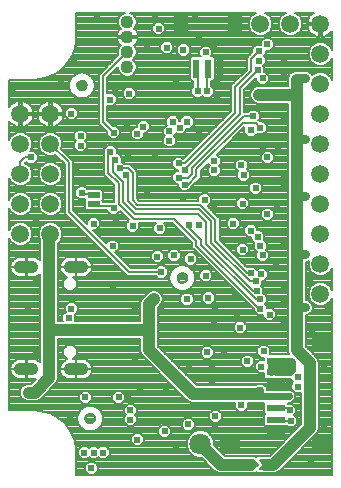
<source format=gbl>
G75*
G70*
%OFA0B0*%
%FSLAX24Y24*%
%IPPOS*%
%LPD*%
%AMOC8*
5,1,8,0,0,1.08239X$1,22.5*
%
%ADD10C,0.0079*%
%ADD11C,0.0594*%
%ADD12R,0.0236X0.0610*%
%ADD13R,0.0472X0.0709*%
%ADD14C,0.0709*%
%ADD15C,0.0436*%
%ADD16R,0.0610X0.0236*%
%ADD17R,0.0709X0.0472*%
%ADD18R,0.0400X0.0200*%
%ADD19C,0.0397*%
%ADD20R,0.0276X0.0394*%
%ADD21C,0.0238*%
%ADD22C,0.0394*%
%ADD23C,0.0236*%
%ADD24C,0.0315*%
D10*
X031506Y023531D02*
X031506Y029269D01*
X031542Y029181D01*
X031654Y029070D01*
X031799Y029009D01*
X031957Y029009D01*
X032102Y029070D01*
X032214Y029181D01*
X032274Y029327D01*
X032274Y029484D01*
X032214Y029630D01*
X032102Y029741D01*
X031957Y029802D01*
X031799Y029802D01*
X031654Y029741D01*
X031542Y029630D01*
X031506Y029542D01*
X031506Y030269D01*
X031542Y030181D01*
X031654Y030070D01*
X031799Y030009D01*
X031957Y030009D01*
X032102Y030070D01*
X032214Y030181D01*
X032274Y030327D01*
X032274Y030484D01*
X032214Y030630D01*
X032102Y030741D01*
X031957Y030802D01*
X031799Y030802D01*
X031654Y030741D01*
X031542Y030630D01*
X031506Y030542D01*
X031506Y031269D01*
X031542Y031181D01*
X031654Y031070D01*
X031799Y031009D01*
X031957Y031009D01*
X032102Y031070D01*
X032214Y031181D01*
X032274Y031327D01*
X032274Y031484D01*
X032214Y031630D01*
X032102Y031741D01*
X032042Y031767D01*
X032078Y031803D01*
X032142Y031738D01*
X032323Y031738D01*
X032451Y031866D01*
X032451Y032047D01*
X032323Y032175D01*
X032208Y032175D01*
X032214Y032181D01*
X032274Y032327D01*
X032274Y032484D01*
X032214Y032630D01*
X032102Y032741D01*
X031957Y032802D01*
X031799Y032802D01*
X031654Y032741D01*
X031542Y032630D01*
X031506Y032542D01*
X031506Y033176D01*
X031545Y033121D01*
X031594Y033073D01*
X031649Y033032D01*
X031711Y033001D01*
X031776Y032980D01*
X031839Y032970D01*
X031839Y033366D01*
X031917Y033366D01*
X031917Y032970D01*
X031980Y032980D01*
X032045Y033001D01*
X032107Y033032D01*
X032162Y033073D01*
X032211Y033121D01*
X032251Y033177D01*
X032282Y033238D01*
X032303Y033303D01*
X032313Y033366D01*
X031917Y033366D01*
X031917Y033445D01*
X031839Y033445D01*
X031839Y033841D01*
X031776Y033831D01*
X031711Y033810D01*
X031649Y033779D01*
X031594Y033738D01*
X031545Y033690D01*
X031506Y033635D01*
X031506Y034555D01*
X032350Y034555D01*
X032530Y034567D01*
X032707Y034602D01*
X032878Y034660D01*
X033039Y034740D01*
X033189Y034840D01*
X033325Y034959D01*
X033444Y035094D01*
X033544Y035244D01*
X033623Y035406D01*
X033681Y035576D01*
X033717Y035753D01*
X033728Y035933D01*
X033728Y036778D01*
X035354Y036778D01*
X035261Y036740D01*
X035172Y036650D01*
X035123Y036534D01*
X035123Y036407D01*
X035172Y036291D01*
X035214Y036249D01*
X035213Y036248D01*
X035163Y036198D01*
X035124Y036140D01*
X035097Y036075D01*
X035083Y036006D01*
X035083Y035990D01*
X035421Y035990D01*
X035421Y035951D01*
X035083Y035951D01*
X035083Y035935D01*
X035097Y035866D01*
X035124Y035801D01*
X035163Y035743D01*
X035213Y035693D01*
X035214Y035692D01*
X035172Y035650D01*
X035123Y035534D01*
X035123Y035407D01*
X035140Y035366D01*
X034495Y034721D01*
X034495Y033080D01*
X034576Y032999D01*
X034770Y032806D01*
X034770Y032693D01*
X034898Y032565D01*
X035079Y032565D01*
X035207Y032693D01*
X035207Y032874D01*
X035079Y033002D01*
X034966Y033002D01*
X034773Y033195D01*
X034773Y033674D01*
X034780Y033667D01*
X034961Y033667D01*
X035089Y033795D01*
X035089Y033976D01*
X034961Y034104D01*
X034780Y034104D01*
X034773Y034097D01*
X034773Y034606D01*
X035123Y034957D01*
X035123Y034907D01*
X035172Y034791D01*
X035261Y034701D01*
X035378Y034653D01*
X035504Y034653D01*
X035621Y034701D01*
X035710Y034791D01*
X035758Y034907D01*
X035758Y035034D01*
X035710Y035150D01*
X035640Y035220D01*
X035710Y035291D01*
X035758Y035407D01*
X035758Y035534D01*
X035710Y035650D01*
X035668Y035692D01*
X035669Y035693D01*
X035719Y035743D01*
X035758Y035801D01*
X035785Y035866D01*
X035798Y035935D01*
X035798Y035951D01*
X035461Y035951D01*
X035461Y035990D01*
X035798Y035990D01*
X035798Y036006D01*
X035785Y036075D01*
X035758Y036140D01*
X035719Y036198D01*
X035669Y036248D01*
X035668Y036249D01*
X035710Y036291D01*
X035758Y036407D01*
X035758Y036534D01*
X035710Y036650D01*
X035621Y036740D01*
X035528Y036778D01*
X039742Y036778D01*
X039654Y036741D01*
X039542Y036630D01*
X039482Y036484D01*
X039482Y036327D01*
X039542Y036181D01*
X039654Y036070D01*
X039799Y036009D01*
X039957Y036009D01*
X040102Y036070D01*
X040214Y036181D01*
X040274Y036327D01*
X040274Y036484D01*
X040214Y036630D01*
X040102Y036741D01*
X040014Y036778D01*
X040742Y036778D01*
X040654Y036741D01*
X040542Y036630D01*
X040482Y036484D01*
X040482Y036327D01*
X040542Y036181D01*
X040654Y036070D01*
X040799Y036009D01*
X040957Y036009D01*
X041102Y036070D01*
X041214Y036181D01*
X041274Y036327D01*
X041274Y036484D01*
X041214Y036630D01*
X041102Y036741D01*
X041014Y036778D01*
X041648Y036778D01*
X041594Y036738D01*
X041545Y036690D01*
X041505Y036634D01*
X041474Y036573D01*
X041452Y036508D01*
X041443Y036445D01*
X041839Y036445D01*
X041839Y036366D01*
X041917Y036366D01*
X041917Y035970D01*
X041980Y035980D01*
X042045Y036001D01*
X042107Y036032D01*
X042162Y036073D01*
X042211Y036121D01*
X042250Y036176D01*
X042250Y035542D01*
X042214Y035630D01*
X042102Y035741D01*
X041957Y035802D01*
X041799Y035802D01*
X041654Y035741D01*
X041542Y035630D01*
X041482Y035484D01*
X041482Y035327D01*
X041542Y035181D01*
X041654Y035070D01*
X041799Y035009D01*
X041957Y035009D01*
X042102Y035070D01*
X042214Y035181D01*
X042250Y035269D01*
X042250Y034542D01*
X042214Y034630D01*
X042102Y034741D01*
X041957Y034802D01*
X041799Y034802D01*
X041654Y034741D01*
X041604Y034692D01*
X041584Y034740D01*
X041512Y034812D01*
X041417Y034851D01*
X041032Y034851D01*
X040923Y034806D01*
X040839Y034723D01*
X040794Y034614D01*
X040794Y034340D01*
X039772Y034340D01*
X039663Y034294D01*
X039580Y034211D01*
X039534Y034102D01*
X039534Y033984D01*
X039580Y033876D01*
X039663Y033792D01*
X039772Y033747D01*
X040794Y033747D01*
X040794Y025480D01*
X040827Y025403D01*
X040200Y025403D01*
X040207Y025410D01*
X040207Y025590D01*
X040079Y025718D01*
X039898Y025718D01*
X039770Y025590D01*
X039770Y025410D01*
X039898Y025282D01*
X039987Y025282D01*
X039987Y025207D01*
X039819Y025207D01*
X039691Y025079D01*
X039691Y024898D01*
X039819Y024770D01*
X039987Y024770D01*
X039987Y024632D01*
X040045Y024574D01*
X040911Y024574D01*
X040911Y024543D01*
X040979Y024476D01*
X040911Y024409D01*
X040911Y024228D01*
X041039Y024100D01*
X041220Y024100D01*
X041227Y024107D01*
X041227Y023064D01*
X040180Y022017D01*
X039793Y022017D01*
X039742Y021966D01*
X039691Y022017D01*
X038686Y022017D01*
X038332Y022371D01*
X038332Y022496D01*
X038263Y022663D01*
X038135Y022790D01*
X037968Y022859D01*
X037788Y022859D01*
X037621Y022790D01*
X037493Y022663D01*
X037424Y022496D01*
X037424Y022315D01*
X037493Y022149D01*
X037621Y022021D01*
X037788Y021952D01*
X037913Y021952D01*
X038312Y021553D01*
X038395Y021469D01*
X038504Y021424D01*
X039691Y021424D01*
X039742Y021475D01*
X039793Y021424D01*
X040362Y021424D01*
X040471Y021469D01*
X040554Y021553D01*
X041775Y022773D01*
X041820Y022882D01*
X041820Y025165D01*
X041775Y025274D01*
X041691Y025357D01*
X041387Y025662D01*
X041387Y026700D01*
X041417Y026700D01*
X041512Y026739D01*
X041584Y026811D01*
X041623Y026906D01*
X041623Y027008D01*
X041584Y027102D01*
X041512Y027174D01*
X041417Y027214D01*
X041387Y027214D01*
X041387Y028471D01*
X041417Y028471D01*
X041489Y028501D01*
X041482Y028484D01*
X041482Y028327D01*
X041542Y028181D01*
X041654Y028070D01*
X041799Y028009D01*
X041957Y028009D01*
X042102Y028070D01*
X042214Y028181D01*
X042250Y028269D01*
X042250Y027542D01*
X042214Y027630D01*
X042102Y027741D01*
X041957Y027802D01*
X041799Y027802D01*
X041654Y027741D01*
X041542Y027630D01*
X041482Y027484D01*
X041482Y027327D01*
X041542Y027181D01*
X041654Y027070D01*
X041799Y027009D01*
X041957Y027009D01*
X042102Y027070D01*
X042214Y027181D01*
X042250Y027269D01*
X042250Y021366D01*
X033728Y021366D01*
X033728Y022154D01*
X033717Y022333D01*
X033681Y022510D01*
X033623Y022681D01*
X033544Y022843D01*
X033444Y022992D01*
X033325Y023128D01*
X033189Y023247D01*
X033039Y023347D01*
X032878Y023427D01*
X032707Y023485D01*
X032530Y023520D01*
X032350Y023531D01*
X031506Y023531D01*
X031506Y023564D02*
X033898Y023564D01*
X033866Y023529D01*
X033862Y023528D01*
X033855Y023517D01*
X033847Y023508D01*
X033847Y023504D01*
X033821Y023462D01*
X033818Y023461D01*
X033813Y023449D01*
X033806Y023438D01*
X033807Y023434D01*
X033790Y023389D01*
X033786Y023387D01*
X033784Y023374D01*
X033780Y023363D01*
X033781Y023359D01*
X033772Y023311D01*
X033769Y023309D01*
X033769Y023296D01*
X033767Y023283D01*
X033769Y023280D01*
X033769Y023232D01*
X033767Y023228D01*
X033769Y023216D01*
X033769Y023203D01*
X033772Y023200D01*
X033781Y023153D01*
X033780Y023149D01*
X033784Y023137D01*
X033786Y023125D01*
X033790Y023123D01*
X033807Y023078D01*
X033806Y023074D01*
X033813Y023063D01*
X033818Y023051D01*
X033821Y023049D01*
X033847Y023008D01*
X033847Y023004D01*
X033855Y022995D01*
X033862Y022984D01*
X033866Y022983D01*
X033898Y022947D01*
X033899Y022943D01*
X033909Y022936D01*
X033917Y022926D01*
X033922Y022926D01*
X033960Y022897D01*
X033961Y022893D01*
X033973Y022888D01*
X033983Y022880D01*
X033987Y022880D01*
X034030Y022859D01*
X034032Y022855D01*
X034044Y022852D01*
X034056Y022846D01*
X034060Y022848D01*
X034106Y022834D01*
X034109Y022831D01*
X034121Y022830D01*
X034133Y022827D01*
X034137Y022829D01*
X034183Y022824D01*
X034184Y022823D01*
X034187Y022823D01*
X034188Y022821D01*
X034201Y022823D01*
X034213Y022821D01*
X034215Y022823D01*
X034217Y022823D01*
X034219Y022824D01*
X034265Y022829D01*
X034268Y022827D01*
X034280Y022830D01*
X034293Y022831D01*
X034296Y022834D01*
X034342Y022848D01*
X034346Y022846D01*
X034357Y022852D01*
X034369Y022855D01*
X034371Y022859D01*
X034415Y022880D01*
X034419Y022880D01*
X034429Y022888D01*
X034440Y022893D01*
X034441Y022897D01*
X034480Y022926D01*
X034484Y022926D01*
X034493Y022936D01*
X034503Y022943D01*
X034503Y022947D01*
X034536Y022983D01*
X034540Y022984D01*
X034547Y022995D01*
X034555Y023004D01*
X034555Y023008D01*
X034580Y023049D01*
X034584Y023051D01*
X034589Y023063D01*
X034595Y023074D01*
X034594Y023078D01*
X034612Y023123D01*
X034615Y023125D01*
X034617Y023137D01*
X034622Y023149D01*
X034620Y023153D01*
X034629Y023200D01*
X034632Y023203D01*
X034632Y023216D01*
X034635Y023228D01*
X034632Y023232D01*
X034632Y023280D01*
X034635Y023283D01*
X034632Y023296D01*
X034632Y023309D01*
X034629Y023311D01*
X034620Y023359D01*
X034622Y023363D01*
X034617Y023374D01*
X034615Y023387D01*
X034612Y023389D01*
X034594Y023434D01*
X034595Y023438D01*
X034589Y023449D01*
X034584Y023461D01*
X034580Y023462D01*
X034555Y023504D01*
X034555Y023508D01*
X034547Y023517D01*
X034540Y023528D01*
X034536Y023529D01*
X034503Y023564D01*
X034503Y023568D01*
X034493Y023576D01*
X034484Y023585D01*
X034480Y023586D01*
X034441Y023615D01*
X034440Y023619D01*
X034429Y023624D01*
X034419Y023632D01*
X034415Y023631D01*
X034371Y023653D01*
X034369Y023656D01*
X034357Y023660D01*
X034346Y023666D01*
X034342Y023664D01*
X034296Y023677D01*
X034293Y023681D01*
X034280Y023682D01*
X034268Y023685D01*
X034265Y023683D01*
X034219Y023687D01*
X034217Y023689D01*
X034215Y023689D01*
X034213Y023690D01*
X034201Y023689D01*
X034188Y023690D01*
X034187Y023689D01*
X034184Y023689D01*
X034183Y023687D01*
X034137Y023683D01*
X034133Y023685D01*
X034121Y023682D01*
X034109Y023681D01*
X034106Y023677D01*
X034060Y023664D01*
X034056Y023666D01*
X034044Y023660D01*
X034032Y023656D01*
X034030Y023653D01*
X033987Y023631D01*
X033983Y023632D01*
X033973Y023624D01*
X033961Y023619D01*
X033960Y023615D01*
X033922Y023586D01*
X033917Y023585D01*
X033909Y023576D01*
X033899Y023568D01*
X033898Y023564D01*
X033836Y023487D02*
X032697Y023487D01*
X032913Y023409D02*
X033798Y023409D01*
X033776Y023332D02*
X033062Y023332D01*
X033177Y023255D02*
X033769Y023255D01*
X033777Y023178D02*
X033268Y023178D01*
X033349Y023100D02*
X033798Y023100D01*
X033838Y023023D02*
X033417Y023023D01*
X033475Y022946D02*
X033898Y022946D01*
X034011Y022869D02*
X033526Y022869D01*
X033569Y022791D02*
X036463Y022791D01*
X036463Y022732D02*
X036591Y022604D01*
X036772Y022604D01*
X036900Y022732D01*
X036900Y022913D01*
X036772Y023041D01*
X036591Y023041D01*
X036463Y022913D01*
X036463Y022732D01*
X036481Y022714D02*
X035918Y022714D01*
X035866Y022766D02*
X035994Y022638D01*
X035994Y022457D01*
X035866Y022329D01*
X035685Y022329D01*
X035557Y022457D01*
X035557Y022638D01*
X035685Y022766D01*
X035866Y022766D01*
X035994Y022637D02*
X036558Y022637D01*
X036804Y022637D02*
X037483Y022637D01*
X037451Y022560D02*
X035994Y022560D01*
X035994Y022482D02*
X037424Y022482D01*
X037424Y022405D02*
X035942Y022405D01*
X035609Y022405D02*
X033702Y022405D01*
X033717Y022328D02*
X033909Y022328D01*
X033913Y022333D02*
X033786Y022205D01*
X033786Y022024D01*
X033913Y021896D01*
X034094Y021896D01*
X034161Y021963D01*
X034228Y021896D01*
X034409Y021896D01*
X034476Y021963D01*
X034543Y021896D01*
X034724Y021896D01*
X034852Y022024D01*
X034852Y022205D01*
X034724Y022333D01*
X034543Y022333D01*
X034476Y022266D01*
X034409Y022333D01*
X034228Y022333D01*
X034161Y022266D01*
X034094Y022333D01*
X033913Y022333D01*
X033832Y022251D02*
X033722Y022251D01*
X033727Y022173D02*
X033786Y022173D01*
X033786Y022096D02*
X033728Y022096D01*
X033728Y022019D02*
X033790Y022019D01*
X033728Y021942D02*
X033868Y021942D01*
X033728Y021864D02*
X038000Y021864D01*
X038077Y021787D02*
X034364Y021787D01*
X034331Y021821D02*
X034150Y021821D01*
X034022Y021693D01*
X034022Y021512D01*
X034150Y021384D01*
X034331Y021384D01*
X034459Y021512D01*
X034459Y021693D01*
X034331Y021821D01*
X034441Y021710D02*
X038155Y021710D01*
X038232Y021633D02*
X034459Y021633D01*
X034459Y021555D02*
X038309Y021555D01*
X038386Y021478D02*
X034425Y021478D01*
X034348Y021401D02*
X042250Y021401D01*
X042250Y021478D02*
X040480Y021478D01*
X040557Y021555D02*
X042250Y021555D01*
X042250Y021633D02*
X040634Y021633D01*
X040712Y021710D02*
X042250Y021710D01*
X042250Y021787D02*
X040789Y021787D01*
X040866Y021864D02*
X042250Y021864D01*
X042250Y021942D02*
X040943Y021942D01*
X041021Y022019D02*
X042250Y022019D01*
X042250Y022096D02*
X041098Y022096D01*
X041175Y022173D02*
X042250Y022173D01*
X042250Y022251D02*
X041252Y022251D01*
X041329Y022328D02*
X042250Y022328D01*
X042250Y022405D02*
X041407Y022405D01*
X041484Y022482D02*
X042250Y022482D01*
X042250Y022560D02*
X041561Y022560D01*
X041638Y022637D02*
X042250Y022637D01*
X042250Y022714D02*
X041716Y022714D01*
X041782Y022791D02*
X042250Y022791D01*
X042250Y022869D02*
X041814Y022869D01*
X041820Y022946D02*
X042250Y022946D01*
X042250Y023023D02*
X041820Y023023D01*
X041820Y023100D02*
X042250Y023100D01*
X042250Y023178D02*
X041820Y023178D01*
X041820Y023255D02*
X042250Y023255D01*
X042250Y023332D02*
X041820Y023332D01*
X041820Y023409D02*
X042250Y023409D01*
X042250Y023487D02*
X041820Y023487D01*
X041820Y023564D02*
X042250Y023564D01*
X042250Y023641D02*
X041820Y023641D01*
X041820Y023718D02*
X042250Y023718D01*
X042250Y023795D02*
X041820Y023795D01*
X041820Y023873D02*
X042250Y023873D01*
X042250Y023950D02*
X041820Y023950D01*
X041820Y024027D02*
X042250Y024027D01*
X042250Y024104D02*
X041820Y024104D01*
X041820Y024182D02*
X042250Y024182D01*
X042250Y024259D02*
X041820Y024259D01*
X041820Y024336D02*
X042250Y024336D01*
X042250Y024413D02*
X041820Y024413D01*
X041820Y024491D02*
X042250Y024491D01*
X042250Y024568D02*
X041820Y024568D01*
X041820Y024645D02*
X042250Y024645D01*
X042250Y024722D02*
X041820Y024722D01*
X041820Y024800D02*
X042250Y024800D01*
X042250Y024877D02*
X041820Y024877D01*
X041820Y024954D02*
X042250Y024954D01*
X042250Y025031D02*
X041820Y025031D01*
X041820Y025109D02*
X042250Y025109D01*
X042250Y025186D02*
X041811Y025186D01*
X041779Y025263D02*
X042250Y025263D01*
X042250Y025340D02*
X041709Y025340D01*
X041631Y025418D02*
X042250Y025418D01*
X042250Y025495D02*
X041554Y025495D01*
X041477Y025572D02*
X042250Y025572D01*
X042250Y025649D02*
X041400Y025649D01*
X041387Y025726D02*
X042250Y025726D01*
X042250Y025804D02*
X041387Y025804D01*
X041387Y025881D02*
X042250Y025881D01*
X042250Y025958D02*
X041387Y025958D01*
X041387Y026035D02*
X042250Y026035D01*
X042250Y026113D02*
X041387Y026113D01*
X041387Y026190D02*
X042250Y026190D01*
X042250Y026267D02*
X041387Y026267D01*
X041387Y026344D02*
X042250Y026344D01*
X042250Y026422D02*
X041387Y026422D01*
X041387Y026499D02*
X042250Y026499D01*
X042250Y026576D02*
X041387Y026576D01*
X041387Y026653D02*
X042250Y026653D01*
X042250Y026731D02*
X041491Y026731D01*
X041581Y026808D02*
X042250Y026808D01*
X042250Y026885D02*
X041614Y026885D01*
X041623Y026962D02*
X042250Y026962D01*
X042250Y027040D02*
X042030Y027040D01*
X042150Y027117D02*
X042250Y027117D01*
X042250Y027194D02*
X042219Y027194D01*
X042234Y027580D02*
X042250Y027580D01*
X042250Y027657D02*
X042186Y027657D01*
X042250Y027735D02*
X042109Y027735D01*
X042250Y027812D02*
X041387Y027812D01*
X041387Y027889D02*
X042250Y027889D01*
X042250Y027966D02*
X041387Y027966D01*
X041387Y028044D02*
X041716Y028044D01*
X041602Y028121D02*
X041387Y028121D01*
X041387Y028198D02*
X041535Y028198D01*
X041503Y028275D02*
X041387Y028275D01*
X041387Y028353D02*
X041482Y028353D01*
X041482Y028430D02*
X041387Y028430D01*
X040794Y028430D02*
X039302Y028430D01*
X039379Y028353D02*
X040794Y028353D01*
X040794Y028275D02*
X040002Y028275D01*
X040000Y028277D02*
X039819Y028277D01*
X039752Y028210D01*
X039646Y028317D01*
X039465Y028317D01*
X039440Y028292D01*
X038513Y029219D01*
X038513Y029928D01*
X038431Y030009D01*
X038115Y030326D01*
X038238Y030449D01*
X038238Y030630D01*
X038110Y030758D01*
X037929Y030758D01*
X037801Y030630D01*
X037801Y030521D01*
X035833Y030521D01*
X035757Y030597D01*
X035757Y031502D01*
X035599Y031660D01*
X035518Y031741D01*
X035355Y031741D01*
X035276Y031821D01*
X035246Y031821D01*
X035246Y031968D01*
X035118Y032096D01*
X035089Y032096D01*
X035089Y032244D01*
X034961Y032372D01*
X034780Y032372D01*
X034652Y032244D01*
X034652Y032063D01*
X034653Y032062D01*
X034653Y031387D01*
X034734Y031306D01*
X035007Y031033D01*
X035007Y030482D01*
X034898Y030482D01*
X034897Y030481D01*
X034618Y030481D01*
X034618Y030531D01*
X034609Y030539D01*
X034618Y030548D01*
X034618Y030831D01*
X034560Y030889D01*
X034121Y030889D01*
X034016Y030994D01*
X033835Y030994D01*
X033707Y030866D01*
X033707Y030685D01*
X033835Y030557D01*
X034016Y030557D01*
X034020Y030561D01*
X034020Y030548D01*
X034028Y030539D01*
X034020Y030531D01*
X034020Y030248D01*
X034078Y030190D01*
X034560Y030190D01*
X034574Y030204D01*
X034770Y030204D01*
X034770Y030173D01*
X034898Y030045D01*
X035079Y030045D01*
X035202Y030169D01*
X035503Y029867D01*
X035400Y029764D01*
X035400Y029583D01*
X035528Y029455D01*
X035709Y029455D01*
X035837Y029583D01*
X035837Y029764D01*
X035830Y029771D01*
X036391Y029771D01*
X036305Y029685D01*
X036305Y029504D01*
X036433Y029376D01*
X036614Y029376D01*
X036742Y029504D01*
X036742Y029685D01*
X036656Y029771D01*
X036939Y029771D01*
X037605Y029104D01*
X037605Y028946D01*
X037687Y028865D01*
X039652Y026900D01*
X039652Y026827D01*
X039780Y026699D01*
X039961Y026699D01*
X039967Y026705D01*
X039967Y026630D01*
X040095Y026502D01*
X040276Y026502D01*
X040403Y026630D01*
X040403Y026811D01*
X040276Y026939D01*
X040095Y026939D01*
X040089Y026933D01*
X040089Y027008D01*
X040021Y027075D01*
X040089Y027142D01*
X040089Y027323D01*
X039970Y027441D01*
X039970Y027598D01*
X039884Y027685D01*
X039931Y027732D01*
X039931Y027841D01*
X040000Y027841D01*
X040128Y027969D01*
X040128Y028150D01*
X040000Y028277D01*
X040079Y028198D02*
X040794Y028198D01*
X040794Y028121D02*
X040128Y028121D01*
X040128Y028044D02*
X040794Y028044D01*
X040794Y027966D02*
X040126Y027966D01*
X040048Y027889D02*
X040794Y027889D01*
X040794Y027812D02*
X039931Y027812D01*
X039931Y027735D02*
X040794Y027735D01*
X040794Y027657D02*
X039911Y027657D01*
X039970Y027580D02*
X040794Y027580D01*
X040794Y027503D02*
X039970Y027503D01*
X039985Y027426D02*
X040794Y027426D01*
X040794Y027349D02*
X040063Y027349D01*
X040089Y027271D02*
X040794Y027271D01*
X040794Y027194D02*
X040089Y027194D01*
X040063Y027117D02*
X040794Y027117D01*
X040794Y027040D02*
X040057Y027040D01*
X040089Y026962D02*
X040794Y026962D01*
X040794Y026885D02*
X040329Y026885D01*
X040403Y026808D02*
X040794Y026808D01*
X040794Y026731D02*
X040403Y026731D01*
X040403Y026653D02*
X040794Y026653D01*
X040794Y026576D02*
X040350Y026576D01*
X040020Y026576D02*
X036466Y026576D01*
X036466Y026499D02*
X039103Y026499D01*
X039110Y026506D02*
X038982Y026378D01*
X038982Y026197D01*
X039110Y026069D01*
X039291Y026069D01*
X039419Y026197D01*
X039419Y026378D01*
X039291Y026506D01*
X039110Y026506D01*
X039026Y026422D02*
X036466Y026422D01*
X036466Y026344D02*
X038982Y026344D01*
X038982Y026267D02*
X036466Y026267D01*
X036466Y026190D02*
X038989Y026190D01*
X039067Y026113D02*
X036466Y026113D01*
X036466Y026035D02*
X040794Y026035D01*
X040794Y025958D02*
X036466Y025958D01*
X036466Y025881D02*
X040794Y025881D01*
X040794Y025804D02*
X036466Y025804D01*
X036466Y025726D02*
X040794Y025726D01*
X040794Y025649D02*
X040148Y025649D01*
X040207Y025572D02*
X040794Y025572D01*
X040794Y025495D02*
X040207Y025495D01*
X040207Y025418D02*
X040820Y025418D01*
X040815Y024988D02*
X040933Y024870D01*
X040911Y024568D02*
X037560Y024568D01*
X037637Y024491D02*
X040964Y024491D01*
X040916Y024413D02*
X039966Y024413D01*
X039961Y024419D02*
X039780Y024419D01*
X039739Y024379D01*
X037749Y024379D01*
X036466Y025662D01*
X036466Y026952D01*
X036578Y027064D01*
X036623Y027173D01*
X036623Y027291D01*
X036578Y027400D01*
X036495Y027483D01*
X036386Y027529D01*
X036268Y027529D01*
X036159Y027483D01*
X035918Y027243D01*
X035873Y027134D01*
X035873Y026505D01*
X033704Y026505D01*
X033711Y026512D01*
X033711Y026693D01*
X033683Y026720D01*
X033789Y026827D01*
X033789Y027008D01*
X033661Y027136D01*
X033480Y027136D01*
X033352Y027008D01*
X033352Y026827D01*
X033380Y026799D01*
X033274Y026693D01*
X033274Y026512D01*
X033281Y026505D01*
X033119Y026505D01*
X033119Y029086D01*
X033214Y029181D01*
X033274Y029327D01*
X033274Y029484D01*
X033214Y029630D01*
X033102Y029741D01*
X032957Y029802D01*
X032799Y029802D01*
X032654Y029741D01*
X032542Y029630D01*
X032482Y029484D01*
X032482Y029327D01*
X032527Y029218D01*
X032527Y028529D01*
X032489Y028568D01*
X032433Y028604D01*
X032372Y028630D01*
X032306Y028643D01*
X032085Y028643D01*
X032085Y028315D01*
X032065Y028315D01*
X032065Y028643D01*
X031843Y028643D01*
X031778Y028630D01*
X031716Y028604D01*
X031661Y028568D01*
X031614Y028520D01*
X031577Y028465D01*
X031552Y028404D01*
X031539Y028338D01*
X031539Y028315D01*
X032065Y028315D01*
X032065Y028295D01*
X032085Y028295D01*
X032085Y027967D01*
X032306Y027967D01*
X032372Y027980D01*
X032433Y028006D01*
X032489Y028043D01*
X032527Y028081D01*
X032527Y025124D01*
X032489Y025162D01*
X032433Y025199D01*
X032372Y025224D01*
X032306Y025237D01*
X032085Y025237D01*
X032085Y024909D01*
X032065Y024909D01*
X032065Y024890D01*
X031539Y024890D01*
X031539Y024866D01*
X031552Y024801D01*
X031577Y024740D01*
X031614Y024684D01*
X031661Y024637D01*
X031716Y024600D01*
X031778Y024575D01*
X031843Y024562D01*
X032065Y024562D01*
X032065Y024890D01*
X032085Y024890D01*
X032085Y024562D01*
X032306Y024562D01*
X032372Y024575D01*
X032393Y024584D01*
X032228Y024418D01*
X032095Y024418D01*
X031986Y024373D01*
X031902Y024290D01*
X031857Y024181D01*
X031857Y024063D01*
X031902Y023954D01*
X031986Y023871D01*
X032095Y023826D01*
X032409Y023826D01*
X032518Y023871D01*
X032602Y023954D01*
X033074Y024427D01*
X033119Y024536D01*
X033119Y025912D01*
X035873Y025912D01*
X035873Y025480D01*
X035918Y025372D01*
X037375Y023915D01*
X037458Y023832D01*
X037567Y023786D01*
X039029Y023786D01*
X039022Y023779D01*
X039022Y023599D01*
X039150Y023471D01*
X039331Y023471D01*
X039459Y023599D01*
X039459Y023779D01*
X039452Y023786D01*
X040004Y023786D01*
X039987Y023770D01*
X039987Y023451D01*
X040025Y023413D01*
X039987Y023376D01*
X039987Y023057D01*
X040045Y022999D01*
X040738Y022999D01*
X040750Y023012D01*
X040803Y022959D01*
X040984Y022959D01*
X041112Y023087D01*
X041112Y023268D01*
X041006Y023374D01*
X041073Y023441D01*
X041073Y023622D01*
X040945Y023750D01*
X040796Y023750D01*
X040796Y023770D01*
X040780Y023786D01*
X040905Y023786D01*
X041033Y023913D01*
X041033Y024094D01*
X040905Y024222D01*
X040724Y024222D01*
X040724Y024221D01*
X040089Y024221D01*
X040089Y024291D01*
X039961Y024419D01*
X040044Y024336D02*
X040911Y024336D01*
X040911Y024259D02*
X040089Y024259D01*
X039870Y024004D02*
X039870Y023925D01*
X039752Y023925D01*
X039752Y024083D01*
X039791Y024083D01*
X039774Y024413D02*
X037714Y024413D01*
X037482Y024645D02*
X039987Y024645D01*
X039987Y024722D02*
X037405Y024722D01*
X037328Y024800D02*
X039789Y024800D01*
X039712Y024877D02*
X037251Y024877D01*
X037174Y024954D02*
X039339Y024954D01*
X039347Y024947D02*
X039527Y024947D01*
X039655Y025075D01*
X039655Y025256D01*
X039527Y025384D01*
X039347Y025384D01*
X039219Y025256D01*
X039219Y025075D01*
X039347Y024947D01*
X039262Y025031D02*
X037096Y025031D01*
X037019Y025109D02*
X039219Y025109D01*
X039219Y025186D02*
X036942Y025186D01*
X036865Y025263D02*
X037987Y025263D01*
X038008Y025242D02*
X038189Y025242D01*
X038317Y025370D01*
X038317Y025551D01*
X038189Y025679D01*
X038008Y025679D01*
X037880Y025551D01*
X037880Y025370D01*
X038008Y025242D01*
X037910Y025340D02*
X036787Y025340D01*
X036710Y025418D02*
X037880Y025418D01*
X037880Y025495D02*
X036633Y025495D01*
X036556Y025572D02*
X037901Y025572D01*
X037978Y025649D02*
X036478Y025649D01*
X036027Y025263D02*
X033666Y025263D01*
X033641Y025237D02*
X033769Y025366D01*
X033769Y025563D01*
X033630Y025702D01*
X033433Y025702D01*
X033294Y025563D01*
X033294Y025366D01*
X033433Y025227D01*
X033443Y025227D01*
X033431Y025224D01*
X033370Y025199D01*
X033315Y025162D01*
X033268Y025115D01*
X033231Y025060D01*
X033205Y024998D01*
X033192Y024933D01*
X033192Y024909D01*
X033718Y024909D01*
X033718Y024890D01*
X033192Y024890D01*
X033192Y024866D01*
X033205Y024801D01*
X033231Y024740D01*
X033268Y024684D01*
X033315Y024637D01*
X033370Y024600D01*
X033431Y024575D01*
X033497Y024562D01*
X033719Y024562D01*
X033719Y024890D01*
X033738Y024890D01*
X033738Y024562D01*
X033960Y024562D01*
X034025Y024575D01*
X034087Y024600D01*
X034142Y024637D01*
X034189Y024684D01*
X034226Y024740D01*
X034252Y024801D01*
X034265Y024866D01*
X034265Y024890D01*
X033738Y024890D01*
X033738Y024909D01*
X034265Y024909D01*
X034265Y024933D01*
X034252Y024998D01*
X034226Y025060D01*
X034189Y025115D01*
X034142Y025162D01*
X034087Y025199D01*
X034025Y025224D01*
X033960Y025237D01*
X033738Y025237D01*
X033738Y024909D01*
X033719Y024909D01*
X033719Y025237D01*
X033641Y025237D01*
X033719Y025186D02*
X033738Y025186D01*
X033738Y025109D02*
X033719Y025109D01*
X033719Y025031D02*
X033738Y025031D01*
X033738Y024954D02*
X033719Y024954D01*
X033719Y024877D02*
X033738Y024877D01*
X033738Y024800D02*
X033719Y024800D01*
X033719Y024722D02*
X033738Y024722D01*
X033738Y024645D02*
X033719Y024645D01*
X033719Y024568D02*
X033738Y024568D01*
X033990Y024568D02*
X036722Y024568D01*
X036645Y024645D02*
X034150Y024645D01*
X034215Y024722D02*
X036567Y024722D01*
X036490Y024800D02*
X034251Y024800D01*
X034265Y024877D02*
X036413Y024877D01*
X036336Y024954D02*
X034260Y024954D01*
X034238Y025031D02*
X036258Y025031D01*
X036181Y025109D02*
X034193Y025109D01*
X034106Y025186D02*
X036104Y025186D01*
X035949Y025340D02*
X033743Y025340D01*
X033769Y025418D02*
X035899Y025418D01*
X035873Y025495D02*
X033769Y025495D01*
X033760Y025572D02*
X035873Y025572D01*
X035873Y025649D02*
X033683Y025649D01*
X033380Y025649D02*
X033119Y025649D01*
X033119Y025572D02*
X033303Y025572D01*
X033294Y025495D02*
X033119Y025495D01*
X033119Y025418D02*
X033294Y025418D01*
X033319Y025340D02*
X033119Y025340D01*
X033119Y025263D02*
X033397Y025263D01*
X033350Y025186D02*
X033119Y025186D01*
X033119Y025109D02*
X033263Y025109D01*
X033219Y025031D02*
X033119Y025031D01*
X033119Y024954D02*
X033196Y024954D01*
X033192Y024877D02*
X033119Y024877D01*
X033119Y024800D02*
X033206Y024800D01*
X033242Y024722D02*
X033119Y024722D01*
X033119Y024645D02*
X033307Y024645D01*
X033466Y024568D02*
X033119Y024568D01*
X033100Y024491D02*
X036799Y024491D01*
X036876Y024413D02*
X033061Y024413D01*
X032983Y024336D02*
X036954Y024336D01*
X037031Y024259D02*
X032906Y024259D01*
X032829Y024182D02*
X033952Y024182D01*
X033953Y024183D02*
X033825Y024055D01*
X033825Y023874D01*
X033953Y023746D01*
X034134Y023746D01*
X034262Y023874D01*
X034262Y024055D01*
X034134Y024183D01*
X033953Y024183D01*
X033874Y024104D02*
X032752Y024104D01*
X032674Y024027D02*
X033825Y024027D01*
X033825Y023950D02*
X032597Y023950D01*
X032520Y023873D02*
X033826Y023873D01*
X033904Y023795D02*
X031506Y023795D01*
X031506Y023718D02*
X035417Y023718D01*
X035449Y023750D02*
X035321Y023622D01*
X035321Y023441D01*
X035388Y023374D01*
X035321Y023307D01*
X035321Y023126D01*
X035449Y022998D01*
X035630Y022998D01*
X035758Y023126D01*
X035758Y023307D01*
X035691Y023374D01*
X035758Y023441D01*
X035758Y023622D01*
X035630Y023750D01*
X035449Y023750D01*
X035363Y023873D02*
X037417Y023873D01*
X037375Y023915D02*
X037375Y023915D01*
X037340Y023950D02*
X035364Y023950D01*
X035364Y023874D02*
X035364Y024055D01*
X035236Y024183D01*
X035055Y024183D01*
X034927Y024055D01*
X034927Y023874D01*
X035055Y023746D01*
X035236Y023746D01*
X035364Y023874D01*
X035285Y023795D02*
X037545Y023795D01*
X037263Y024027D02*
X035364Y024027D01*
X035315Y024104D02*
X037185Y024104D01*
X037108Y024182D02*
X035237Y024182D01*
X035054Y024182D02*
X034135Y024182D01*
X034212Y024104D02*
X034977Y024104D01*
X034927Y024027D02*
X034262Y024027D01*
X034262Y023950D02*
X034927Y023950D01*
X034929Y023873D02*
X034260Y023873D01*
X034183Y023795D02*
X035006Y023795D01*
X035340Y023641D02*
X034395Y023641D01*
X034504Y023564D02*
X035321Y023564D01*
X035321Y023487D02*
X034565Y023487D01*
X034604Y023409D02*
X035353Y023409D01*
X035346Y023332D02*
X034625Y023332D01*
X034632Y023255D02*
X035321Y023255D01*
X035321Y023178D02*
X034625Y023178D01*
X034603Y023100D02*
X035347Y023100D01*
X035424Y023023D02*
X034564Y023023D01*
X034503Y022946D02*
X036495Y022946D01*
X036463Y022869D02*
X034391Y022869D01*
X034269Y023114D02*
X034236Y023102D01*
X034201Y023098D01*
X034166Y023102D01*
X034132Y023114D01*
X034103Y023133D01*
X034078Y023158D01*
X034059Y023188D01*
X034047Y023221D01*
X034043Y023256D01*
X034047Y023291D01*
X034059Y023324D01*
X034078Y023354D01*
X034103Y023379D01*
X034132Y023398D01*
X034166Y023409D01*
X034201Y023413D01*
X034236Y023409D01*
X034165Y023409D01*
X034236Y023409D02*
X034269Y023398D01*
X034299Y023379D01*
X034324Y023354D01*
X034343Y023324D01*
X034354Y023291D01*
X034358Y023256D01*
X034354Y023221D01*
X034343Y023188D01*
X034324Y023158D01*
X034299Y023133D01*
X034269Y023114D01*
X034217Y023100D02*
X034184Y023100D01*
X034065Y023178D02*
X034336Y023178D01*
X034358Y023255D02*
X034043Y023255D01*
X034064Y023332D02*
X034338Y023332D01*
X034006Y023641D02*
X031506Y023641D01*
X031506Y023873D02*
X031984Y023873D01*
X031907Y023950D02*
X031506Y023950D01*
X031506Y024027D02*
X031872Y024027D01*
X031857Y024104D02*
X031506Y024104D01*
X031506Y024182D02*
X031858Y024182D01*
X031890Y024259D02*
X031506Y024259D01*
X031506Y024336D02*
X031949Y024336D01*
X032083Y024413D02*
X031506Y024413D01*
X031506Y024491D02*
X032300Y024491D01*
X032337Y024568D02*
X032377Y024568D01*
X032085Y024568D02*
X032065Y024568D01*
X032065Y024645D02*
X032085Y024645D01*
X032085Y024722D02*
X032065Y024722D01*
X032065Y024800D02*
X032085Y024800D01*
X032085Y024877D02*
X032065Y024877D01*
X032065Y024909D02*
X031539Y024909D01*
X031539Y024933D01*
X031552Y024998D01*
X031577Y025060D01*
X031614Y025115D01*
X031661Y025162D01*
X031716Y025199D01*
X031778Y025224D01*
X031843Y025237D01*
X032065Y025237D01*
X032065Y024909D01*
X032065Y024954D02*
X032085Y024954D01*
X032085Y025031D02*
X032065Y025031D01*
X032065Y025109D02*
X032085Y025109D01*
X032085Y025186D02*
X032065Y025186D01*
X031697Y025186D02*
X031506Y025186D01*
X031506Y025263D02*
X032527Y025263D01*
X032527Y025186D02*
X032453Y025186D01*
X032527Y025340D02*
X031506Y025340D01*
X031506Y025418D02*
X032527Y025418D01*
X032527Y025495D02*
X031506Y025495D01*
X031506Y025572D02*
X032527Y025572D01*
X032527Y025649D02*
X031506Y025649D01*
X031506Y025726D02*
X032527Y025726D01*
X032527Y025804D02*
X031506Y025804D01*
X031506Y025881D02*
X032527Y025881D01*
X032527Y025958D02*
X031506Y025958D01*
X031506Y026035D02*
X032527Y026035D01*
X032527Y026113D02*
X031506Y026113D01*
X031506Y026190D02*
X032527Y026190D01*
X032527Y026267D02*
X031506Y026267D01*
X031506Y026344D02*
X032527Y026344D01*
X032527Y026422D02*
X031506Y026422D01*
X031506Y026499D02*
X032527Y026499D01*
X032527Y026576D02*
X031506Y026576D01*
X031506Y026653D02*
X032527Y026653D01*
X032527Y026731D02*
X031506Y026731D01*
X031506Y026808D02*
X032527Y026808D01*
X032527Y026885D02*
X031506Y026885D01*
X031506Y026962D02*
X032527Y026962D01*
X032527Y027040D02*
X031506Y027040D01*
X031506Y027117D02*
X032527Y027117D01*
X032527Y027194D02*
X031506Y027194D01*
X031506Y027271D02*
X032527Y027271D01*
X032527Y027349D02*
X031506Y027349D01*
X031506Y027426D02*
X032527Y027426D01*
X032527Y027503D02*
X031506Y027503D01*
X031506Y027580D02*
X032527Y027580D01*
X032527Y027657D02*
X031506Y027657D01*
X031506Y027735D02*
X032527Y027735D01*
X032527Y027812D02*
X031506Y027812D01*
X031506Y027889D02*
X032527Y027889D01*
X032527Y027966D02*
X031506Y027966D01*
X031506Y028044D02*
X031660Y028044D01*
X031661Y028043D02*
X031716Y028006D01*
X031778Y027980D01*
X031843Y027967D01*
X032065Y027967D01*
X032065Y028295D01*
X031539Y028295D01*
X031539Y028272D01*
X031552Y028207D01*
X031577Y028145D01*
X031614Y028090D01*
X031661Y028043D01*
X031593Y028121D02*
X031506Y028121D01*
X031506Y028198D02*
X031555Y028198D01*
X031539Y028275D02*
X031506Y028275D01*
X031506Y028353D02*
X031541Y028353D01*
X031562Y028430D02*
X031506Y028430D01*
X031506Y028507D02*
X031605Y028507D01*
X031686Y028584D02*
X031506Y028584D01*
X031506Y028662D02*
X032527Y028662D01*
X032527Y028739D02*
X031506Y028739D01*
X031506Y028816D02*
X032527Y028816D01*
X032527Y028893D02*
X031506Y028893D01*
X031506Y028971D02*
X032527Y028971D01*
X032527Y029048D02*
X032050Y029048D01*
X032158Y029125D02*
X032527Y029125D01*
X032527Y029202D02*
X032223Y029202D01*
X032255Y029280D02*
X032501Y029280D01*
X032482Y029357D02*
X032274Y029357D01*
X032274Y029434D02*
X032482Y029434D01*
X032493Y029511D02*
X032263Y029511D01*
X032231Y029588D02*
X032525Y029588D01*
X032578Y029666D02*
X032178Y029666D01*
X032099Y029743D02*
X032657Y029743D01*
X032799Y030009D02*
X032957Y030009D01*
X033102Y030070D01*
X033214Y030181D01*
X033274Y030327D01*
X033274Y030484D01*
X033214Y030630D01*
X033102Y030741D01*
X032957Y030802D01*
X032799Y030802D01*
X032654Y030741D01*
X032542Y030630D01*
X032482Y030484D01*
X032482Y030327D01*
X032542Y030181D01*
X032654Y030070D01*
X032799Y030009D01*
X032696Y030052D02*
X032060Y030052D01*
X032162Y030129D02*
X032594Y030129D01*
X032532Y030206D02*
X032224Y030206D01*
X032256Y030284D02*
X032500Y030284D01*
X032482Y030361D02*
X032274Y030361D01*
X032274Y030438D02*
X032482Y030438D01*
X032495Y030515D02*
X032261Y030515D01*
X032229Y030593D02*
X032527Y030593D01*
X032582Y030670D02*
X032174Y030670D01*
X032089Y030747D02*
X032667Y030747D01*
X032799Y031009D02*
X032957Y031009D01*
X033102Y031070D01*
X033214Y031181D01*
X033274Y031327D01*
X033274Y031484D01*
X033214Y031630D01*
X033102Y031741D01*
X032957Y031802D01*
X032799Y031802D01*
X032654Y031741D01*
X032542Y031630D01*
X032482Y031484D01*
X032482Y031327D01*
X032542Y031181D01*
X032654Y031070D01*
X032799Y031009D01*
X032686Y031056D02*
X032070Y031056D01*
X032166Y031133D02*
X032590Y031133D01*
X032530Y031211D02*
X032226Y031211D01*
X032258Y031288D02*
X032498Y031288D01*
X032482Y031365D02*
X032274Y031365D01*
X032274Y031442D02*
X032482Y031442D01*
X032496Y031520D02*
X032260Y031520D01*
X032228Y031597D02*
X032528Y031597D01*
X032586Y031674D02*
X032170Y031674D01*
X032129Y031751D02*
X032079Y031751D01*
X031878Y031799D02*
X031878Y031406D01*
X031878Y031799D02*
X032035Y031957D01*
X032232Y031957D01*
X032451Y031983D02*
X033104Y031983D01*
X033042Y032045D02*
X033353Y031734D01*
X033353Y030088D01*
X033435Y030007D01*
X035443Y027999D01*
X036393Y027999D01*
X036473Y027919D01*
X036653Y027919D01*
X036781Y028047D01*
X036781Y028228D01*
X036653Y028356D01*
X036473Y028356D01*
X036393Y028277D01*
X035557Y028277D01*
X035044Y028790D01*
X035167Y028913D01*
X035167Y029094D01*
X035039Y029222D01*
X034858Y029222D01*
X034735Y029099D01*
X034300Y029534D01*
X034409Y029534D01*
X034537Y029661D01*
X034537Y029842D01*
X034409Y029970D01*
X034228Y029970D01*
X034100Y029842D01*
X034100Y029734D01*
X033631Y030203D01*
X033631Y031849D01*
X033239Y032241D01*
X033274Y032327D01*
X033274Y032484D01*
X033214Y032630D01*
X033102Y032741D01*
X032957Y032802D01*
X032799Y032802D01*
X032654Y032741D01*
X032542Y032630D01*
X032482Y032484D01*
X032482Y032327D01*
X032542Y032181D01*
X032654Y032070D01*
X032799Y032009D01*
X032957Y032009D01*
X033042Y032045D01*
X033182Y031906D02*
X032451Y031906D01*
X032413Y031828D02*
X033259Y031828D01*
X033336Y031751D02*
X033079Y031751D01*
X033170Y031674D02*
X033353Y031674D01*
X033353Y031597D02*
X033228Y031597D01*
X033260Y031520D02*
X033353Y031520D01*
X033353Y031442D02*
X033274Y031442D01*
X033274Y031365D02*
X033353Y031365D01*
X033353Y031288D02*
X033258Y031288D01*
X033226Y031211D02*
X033353Y031211D01*
X033353Y031133D02*
X033166Y031133D01*
X033070Y031056D02*
X033353Y031056D01*
X033353Y030979D02*
X031506Y030979D01*
X031506Y031056D02*
X031686Y031056D01*
X031590Y031133D02*
X031506Y031133D01*
X031506Y031211D02*
X031530Y031211D01*
X031506Y030902D02*
X033353Y030902D01*
X033353Y030824D02*
X031506Y030824D01*
X031506Y030747D02*
X031667Y030747D01*
X031582Y030670D02*
X031506Y030670D01*
X031506Y030593D02*
X031527Y030593D01*
X031506Y030206D02*
X031532Y030206D01*
X031506Y030129D02*
X031594Y030129D01*
X031506Y030052D02*
X031696Y030052D01*
X031506Y029975D02*
X033467Y029975D01*
X033390Y030052D02*
X033060Y030052D01*
X033162Y030129D02*
X033353Y030129D01*
X033353Y030206D02*
X033224Y030206D01*
X033256Y030284D02*
X033353Y030284D01*
X033353Y030361D02*
X033274Y030361D01*
X033274Y030438D02*
X033353Y030438D01*
X033353Y030515D02*
X033261Y030515D01*
X033229Y030593D02*
X033353Y030593D01*
X033353Y030670D02*
X033174Y030670D01*
X033089Y030747D02*
X033353Y030747D01*
X033631Y030747D02*
X033707Y030747D01*
X033707Y030824D02*
X033631Y030824D01*
X033631Y030902D02*
X033742Y030902D01*
X033820Y030979D02*
X033631Y030979D01*
X033631Y031056D02*
X034984Y031056D01*
X035007Y030979D02*
X034031Y030979D01*
X034108Y030902D02*
X035007Y030902D01*
X035007Y030824D02*
X034618Y030824D01*
X034618Y030747D02*
X035007Y030747D01*
X035007Y030670D02*
X034618Y030670D01*
X034618Y030593D02*
X035007Y030593D01*
X035007Y030515D02*
X034618Y030515D01*
X034319Y030421D02*
X034319Y030389D01*
X034319Y030343D01*
X034909Y030343D01*
X034988Y030264D01*
X034814Y030129D02*
X033705Y030129D01*
X033631Y030206D02*
X034061Y030206D01*
X034020Y030284D02*
X033631Y030284D01*
X033631Y030361D02*
X034020Y030361D01*
X034020Y030438D02*
X033631Y030438D01*
X033631Y030515D02*
X034020Y030515D01*
X033965Y030736D02*
X034319Y030736D01*
X034319Y030689D01*
X033965Y030736D02*
X033925Y030776D01*
X033799Y030593D02*
X033631Y030593D01*
X033631Y030670D02*
X033722Y030670D01*
X033631Y031133D02*
X034907Y031133D01*
X034829Y031211D02*
X033631Y031211D01*
X033631Y031288D02*
X034752Y031288D01*
X034675Y031365D02*
X033631Y031365D01*
X033631Y031442D02*
X034653Y031442D01*
X034653Y031520D02*
X033631Y031520D01*
X033631Y031597D02*
X034653Y031597D01*
X034653Y031674D02*
X033631Y031674D01*
X033631Y031751D02*
X034653Y031751D01*
X034653Y031828D02*
X033631Y031828D01*
X033574Y031906D02*
X034653Y031906D01*
X034653Y031983D02*
X033497Y031983D01*
X033419Y032060D02*
X034653Y032060D01*
X034652Y032137D02*
X033982Y032137D01*
X033976Y032132D02*
X034104Y032260D01*
X034104Y032441D01*
X034037Y032508D01*
X034104Y032575D01*
X034104Y032756D01*
X033976Y032884D01*
X033795Y032884D01*
X033667Y032756D01*
X033667Y032575D01*
X033734Y032508D01*
X033667Y032441D01*
X033667Y032260D01*
X033795Y032132D01*
X033976Y032132D01*
X034059Y032215D02*
X034652Y032215D01*
X034700Y032292D02*
X034104Y032292D01*
X034104Y032369D02*
X034777Y032369D01*
X034963Y032369D02*
X036668Y032369D01*
X036620Y032417D02*
X036748Y032289D01*
X036929Y032289D01*
X037057Y032417D01*
X037057Y032598D01*
X036990Y032665D01*
X037057Y032732D01*
X037057Y032768D01*
X037102Y032723D01*
X037283Y032723D01*
X037411Y032850D01*
X037411Y032919D01*
X037520Y032919D01*
X037648Y033047D01*
X037648Y033228D01*
X037520Y033356D01*
X037339Y033356D01*
X037211Y033228D01*
X037211Y033159D01*
X037175Y033159D01*
X037175Y033228D01*
X037047Y033356D01*
X036866Y033356D01*
X036738Y033228D01*
X036738Y033047D01*
X036746Y033039D01*
X036620Y032913D01*
X036620Y032732D01*
X036687Y032665D01*
X036620Y032598D01*
X036620Y032417D01*
X036620Y032446D02*
X034099Y032446D01*
X034053Y032524D02*
X036620Y032524D01*
X036623Y032601D02*
X035941Y032601D01*
X035994Y032654D02*
X035866Y032526D01*
X035685Y032526D01*
X035557Y032654D01*
X035557Y032835D01*
X035685Y032963D01*
X035754Y032963D01*
X035754Y033071D01*
X035882Y033199D01*
X036063Y033199D01*
X036191Y033071D01*
X036191Y032890D01*
X036063Y032762D01*
X035994Y032762D01*
X035994Y032654D01*
X035994Y032678D02*
X036674Y032678D01*
X036620Y032755D02*
X035994Y032755D01*
X036134Y032833D02*
X036620Y032833D01*
X036620Y032910D02*
X036191Y032910D01*
X036191Y032987D02*
X036694Y032987D01*
X036738Y033064D02*
X036191Y033064D01*
X036120Y033142D02*
X036738Y033142D01*
X036738Y033219D02*
X034773Y033219D01*
X034773Y033296D02*
X036806Y033296D01*
X037107Y033296D02*
X037278Y033296D01*
X037211Y033219D02*
X037175Y033219D01*
X037411Y032910D02*
X038304Y032910D01*
X038227Y032833D02*
X037393Y032833D01*
X037316Y032755D02*
X038150Y032755D01*
X038072Y032678D02*
X037003Y032678D01*
X037054Y032601D02*
X037995Y032601D01*
X037918Y032524D02*
X037057Y032524D01*
X037057Y032446D02*
X037841Y032446D01*
X037763Y032369D02*
X037009Y032369D01*
X036932Y032292D02*
X037686Y032292D01*
X037609Y032215D02*
X035089Y032215D01*
X035089Y032137D02*
X037532Y032137D01*
X037455Y032060D02*
X035154Y032060D01*
X035231Y031983D02*
X037377Y031983D01*
X037308Y031914D02*
X037244Y031978D01*
X037063Y031978D01*
X036935Y031850D01*
X036935Y031669D01*
X037063Y031541D01*
X037132Y031541D01*
X037132Y031506D01*
X037063Y031506D01*
X036935Y031378D01*
X036935Y031197D01*
X037063Y031069D01*
X037132Y031069D01*
X037132Y030961D01*
X037260Y030833D01*
X037441Y030833D01*
X037521Y030912D01*
X037526Y030912D01*
X037607Y030994D01*
X037883Y031269D01*
X037883Y031506D01*
X038121Y031744D01*
X038183Y031681D01*
X038116Y031614D01*
X038116Y031433D01*
X038244Y031305D01*
X038425Y031305D01*
X038553Y031433D01*
X038553Y031614D01*
X038486Y031681D01*
X038553Y031748D01*
X038553Y031929D01*
X038430Y032052D01*
X039337Y032960D01*
X039344Y032960D01*
X039337Y032953D01*
X039337Y032772D01*
X039465Y032644D01*
X039646Y032644D01*
X039752Y032750D01*
X039780Y032723D01*
X039961Y032723D01*
X040089Y032850D01*
X040089Y033031D01*
X039961Y033159D01*
X039848Y033159D01*
X039808Y033200D01*
X039852Y033244D01*
X039852Y033425D01*
X039724Y033553D01*
X039543Y033553D01*
X039464Y033473D01*
X039340Y033473D01*
X039340Y034222D01*
X039730Y034613D01*
X039730Y034504D01*
X039858Y034376D01*
X040039Y034376D01*
X040167Y034504D01*
X040167Y034685D01*
X040039Y034813D01*
X040010Y034813D01*
X040010Y034961D01*
X039962Y035008D01*
X040049Y035095D01*
X040049Y035276D01*
X039982Y035343D01*
X040049Y035410D01*
X040049Y035518D01*
X040197Y035518D01*
X040325Y035646D01*
X040325Y035827D01*
X040197Y035955D01*
X040016Y035955D01*
X039888Y035827D01*
X039888Y035718D01*
X039740Y035718D01*
X039612Y035590D01*
X039612Y035478D01*
X039498Y035363D01*
X039416Y035282D01*
X039416Y034888D01*
X038986Y034458D01*
X038905Y034376D01*
X038905Y033510D01*
X037308Y031914D01*
X037350Y031760D02*
X037154Y031760D01*
X037350Y031760D02*
X039043Y033453D01*
X039043Y034319D01*
X039555Y034831D01*
X039555Y035224D01*
X039831Y035500D01*
X039612Y035536D02*
X038277Y035536D01*
X038277Y035551D02*
X038150Y035679D01*
X037969Y035679D01*
X037841Y035551D01*
X037841Y035370D01*
X037887Y035324D01*
X037585Y035324D01*
X037527Y035266D01*
X037527Y034573D01*
X037585Y034515D01*
X037645Y034515D01*
X037645Y034332D01*
X037565Y034252D01*
X037565Y034071D01*
X037693Y033943D01*
X037874Y033943D01*
X037941Y034010D01*
X038008Y033943D01*
X038189Y033943D01*
X038317Y034071D01*
X038317Y034252D01*
X038237Y034332D01*
X038237Y034515D01*
X038297Y034515D01*
X038355Y034573D01*
X038355Y035266D01*
X038297Y035324D01*
X038231Y035324D01*
X038277Y035370D01*
X038277Y035551D01*
X038215Y035613D02*
X039635Y035613D01*
X039712Y035690D02*
X037469Y035690D01*
X037529Y035630D02*
X037401Y035758D01*
X037221Y035758D01*
X037093Y035630D01*
X037093Y035449D01*
X037221Y035321D01*
X037401Y035321D01*
X037529Y035449D01*
X037529Y035630D01*
X037529Y035613D02*
X037903Y035613D01*
X037841Y035536D02*
X037529Y035536D01*
X037529Y035459D02*
X037841Y035459D01*
X037841Y035382D02*
X037462Y035382D01*
X037565Y035304D02*
X035716Y035304D01*
X035748Y035382D02*
X037160Y035382D01*
X037093Y035459D02*
X036909Y035459D01*
X036850Y035400D02*
X036978Y035528D01*
X036978Y035709D01*
X036850Y035837D01*
X036669Y035837D01*
X036541Y035709D01*
X036541Y035528D01*
X036669Y035400D01*
X036850Y035400D01*
X036978Y035536D02*
X037093Y035536D01*
X037093Y035613D02*
X036978Y035613D01*
X036978Y035690D02*
X037153Y035690D01*
X036919Y035768D02*
X039888Y035768D01*
X039906Y035845D02*
X035776Y035845D01*
X035796Y035922D02*
X039983Y035922D01*
X040109Y036077D02*
X040646Y036077D01*
X040569Y036154D02*
X040187Y036154D01*
X040235Y036231D02*
X040521Y036231D01*
X040489Y036308D02*
X040267Y036308D01*
X040274Y036386D02*
X040482Y036386D01*
X040482Y036463D02*
X040274Y036463D01*
X040251Y036540D02*
X040505Y036540D01*
X040537Y036617D02*
X040219Y036617D01*
X040149Y036695D02*
X040607Y036695D01*
X040727Y036772D02*
X040029Y036772D01*
X039727Y036772D02*
X035543Y036772D01*
X035666Y036695D02*
X039607Y036695D01*
X039537Y036617D02*
X035724Y036617D01*
X035756Y036540D02*
X039505Y036540D01*
X039482Y036463D02*
X036578Y036463D01*
X036575Y036466D02*
X036394Y036466D01*
X036266Y036339D01*
X036266Y036158D01*
X036394Y036030D01*
X036575Y036030D01*
X036703Y036158D01*
X036703Y036339D01*
X036575Y036466D01*
X036656Y036386D02*
X039482Y036386D01*
X039489Y036308D02*
X036703Y036308D01*
X036703Y036231D02*
X039521Y036231D01*
X039569Y036154D02*
X036699Y036154D01*
X036622Y036077D02*
X039646Y036077D01*
X040229Y035922D02*
X042250Y035922D01*
X042250Y035845D02*
X040306Y035845D01*
X040325Y035768D02*
X041717Y035768D01*
X041603Y035690D02*
X040325Y035690D01*
X040292Y035613D02*
X041535Y035613D01*
X041503Y035536D02*
X040215Y035536D01*
X040049Y035459D02*
X041482Y035459D01*
X041482Y035382D02*
X040021Y035382D01*
X040020Y035304D02*
X041491Y035304D01*
X041523Y035227D02*
X040049Y035227D01*
X040049Y035150D02*
X041573Y035150D01*
X041651Y035073D02*
X040027Y035073D01*
X039975Y034995D02*
X042250Y034995D01*
X042250Y034918D02*
X040010Y034918D01*
X040010Y034841D02*
X041006Y034841D01*
X040880Y034764D02*
X040089Y034764D01*
X040166Y034686D02*
X040824Y034686D01*
X040794Y034609D02*
X040167Y034609D01*
X040167Y034532D02*
X040794Y034532D01*
X040794Y034455D02*
X040118Y034455D01*
X040041Y034377D02*
X040794Y034377D01*
X040794Y033682D02*
X039340Y033682D01*
X039340Y033605D02*
X040794Y033605D01*
X040794Y033528D02*
X039750Y033528D01*
X039827Y033451D02*
X040794Y033451D01*
X040794Y033373D02*
X039852Y033373D01*
X039852Y033296D02*
X040794Y033296D01*
X040794Y033219D02*
X039827Y033219D01*
X039713Y033098D02*
X039280Y033098D01*
X037744Y031563D01*
X037744Y031327D01*
X037469Y031051D01*
X037350Y031051D01*
X037132Y031056D02*
X035757Y031056D01*
X035757Y030979D02*
X037132Y030979D01*
X037191Y030902D02*
X035757Y030902D01*
X035757Y030824D02*
X039512Y030824D01*
X039494Y030843D02*
X039622Y030715D01*
X039803Y030715D01*
X039931Y030843D01*
X039931Y031024D01*
X039803Y031151D01*
X039622Y031151D01*
X039494Y031024D01*
X039494Y030843D01*
X039494Y030902D02*
X037510Y030902D01*
X037592Y030979D02*
X039494Y030979D01*
X039527Y031056D02*
X037670Y031056D01*
X037747Y031133D02*
X039604Y031133D01*
X039472Y031211D02*
X040794Y031211D01*
X040794Y031288D02*
X039537Y031288D01*
X039537Y031276D02*
X039409Y031148D01*
X039228Y031148D01*
X039100Y031276D01*
X039100Y031457D01*
X039138Y031494D01*
X039022Y031610D01*
X039022Y031791D01*
X039150Y031919D01*
X039331Y031919D01*
X039459Y031791D01*
X039459Y031610D01*
X039421Y031573D01*
X039537Y031457D01*
X039537Y031276D01*
X039537Y031365D02*
X040794Y031365D01*
X040794Y031442D02*
X039537Y031442D01*
X039474Y031520D02*
X040794Y031520D01*
X040794Y031597D02*
X039445Y031597D01*
X039459Y031674D02*
X040794Y031674D01*
X040794Y031751D02*
X040210Y031751D01*
X040197Y031738D02*
X040325Y031866D01*
X040325Y032047D01*
X040197Y032175D01*
X040016Y032175D01*
X039888Y032047D01*
X039888Y031866D01*
X040016Y031738D01*
X040197Y031738D01*
X040287Y031828D02*
X040794Y031828D01*
X040794Y031906D02*
X040325Y031906D01*
X040325Y031983D02*
X040794Y031983D01*
X040794Y032060D02*
X040312Y032060D01*
X040234Y032137D02*
X040794Y032137D01*
X040794Y032215D02*
X038592Y032215D01*
X038669Y032292D02*
X040794Y032292D01*
X040794Y032369D02*
X038746Y032369D01*
X038824Y032446D02*
X040794Y032446D01*
X040794Y032524D02*
X038901Y032524D01*
X038978Y032601D02*
X040794Y032601D01*
X040794Y032678D02*
X039680Y032678D01*
X039430Y032678D02*
X039055Y032678D01*
X039133Y032755D02*
X039353Y032755D01*
X039337Y032833D02*
X039210Y032833D01*
X039287Y032910D02*
X039337Y032910D01*
X039713Y033098D02*
X039870Y032941D01*
X040089Y032910D02*
X040794Y032910D01*
X040794Y032987D02*
X040089Y032987D01*
X040056Y033064D02*
X040794Y033064D01*
X040794Y033142D02*
X039978Y033142D01*
X040071Y032833D02*
X040794Y032833D01*
X040794Y032755D02*
X039993Y032755D01*
X039978Y032137D02*
X038515Y032137D01*
X038437Y032060D02*
X039901Y032060D01*
X039888Y031983D02*
X038499Y031983D01*
X038553Y031906D02*
X039136Y031906D01*
X039059Y031828D02*
X038553Y031828D01*
X038553Y031751D02*
X039022Y031751D01*
X039022Y031674D02*
X038493Y031674D01*
X038553Y031597D02*
X039035Y031597D01*
X039113Y031520D02*
X038553Y031520D01*
X038553Y031442D02*
X039100Y031442D01*
X039100Y031365D02*
X038485Y031365D01*
X038184Y031365D02*
X037883Y031365D01*
X037883Y031288D02*
X039100Y031288D01*
X039166Y031211D02*
X037824Y031211D01*
X037883Y031442D02*
X038116Y031442D01*
X038116Y031520D02*
X037897Y031520D01*
X037974Y031597D02*
X038116Y031597D01*
X038176Y031674D02*
X038051Y031674D01*
X037587Y031602D02*
X037587Y031406D01*
X037469Y031287D01*
X037154Y031287D01*
X036999Y031133D02*
X035757Y031133D01*
X035757Y031211D02*
X036935Y031211D01*
X036935Y031288D02*
X035757Y031288D01*
X035757Y031365D02*
X036935Y031365D01*
X037000Y031442D02*
X035757Y031442D01*
X035740Y031520D02*
X037132Y031520D01*
X037008Y031597D02*
X035662Y031597D01*
X035585Y031674D02*
X036935Y031674D01*
X036935Y031751D02*
X035345Y031751D01*
X035246Y031828D02*
X036935Y031828D01*
X036991Y031906D02*
X035246Y031906D01*
X035028Y031878D02*
X034949Y031799D01*
X034949Y031484D01*
X035303Y031130D01*
X035303Y030461D01*
X035697Y030067D01*
X037783Y030067D01*
X038059Y029791D01*
X038059Y029083D01*
X039634Y027508D01*
X039752Y027508D01*
X039713Y027232D02*
X037902Y029043D01*
X037902Y029201D01*
X037508Y029594D01*
X037508Y029713D01*
X037275Y029434D02*
X036672Y029434D01*
X036742Y029511D02*
X037198Y029511D01*
X037121Y029588D02*
X036742Y029588D01*
X036742Y029666D02*
X037044Y029666D01*
X036966Y029743D02*
X036684Y029743D01*
X036363Y029743D02*
X035837Y029743D01*
X035837Y029666D02*
X036305Y029666D01*
X036305Y029588D02*
X035837Y029588D01*
X035765Y029511D02*
X036305Y029511D01*
X036375Y029434D02*
X034400Y029434D01*
X034477Y029357D02*
X037353Y029357D01*
X037430Y029280D02*
X034554Y029280D01*
X034632Y029202D02*
X034838Y029202D01*
X034761Y029125D02*
X034709Y029125D01*
X034548Y028893D02*
X033119Y028893D01*
X033119Y028816D02*
X034625Y028816D01*
X034703Y028739D02*
X033119Y028739D01*
X033119Y028662D02*
X034780Y028662D01*
X034857Y028584D02*
X034117Y028584D01*
X034142Y028568D02*
X034087Y028604D01*
X034025Y028630D01*
X033960Y028643D01*
X033738Y028643D01*
X033738Y028315D01*
X033719Y028315D01*
X033719Y028643D01*
X033497Y028643D01*
X033431Y028630D01*
X033370Y028604D01*
X033315Y028568D01*
X033268Y028520D01*
X033231Y028465D01*
X033205Y028404D01*
X033192Y028338D01*
X033192Y028315D01*
X033718Y028315D01*
X033718Y028295D01*
X033192Y028295D01*
X033192Y028272D01*
X033205Y028207D01*
X033231Y028145D01*
X033268Y028090D01*
X033315Y028043D01*
X033370Y028006D01*
X033431Y027980D01*
X033443Y027978D01*
X033433Y027978D01*
X033294Y027839D01*
X033294Y027642D01*
X033433Y027502D01*
X033630Y027502D01*
X033769Y027642D01*
X033769Y027839D01*
X033641Y027967D01*
X033719Y027967D01*
X033719Y028295D01*
X033738Y028295D01*
X033738Y027967D01*
X033960Y027967D01*
X034025Y027980D01*
X034087Y028006D01*
X034142Y028043D01*
X034189Y028090D01*
X034226Y028145D01*
X034252Y028207D01*
X034265Y028272D01*
X034265Y028295D01*
X033738Y028295D01*
X033738Y028315D01*
X034265Y028315D01*
X034265Y028338D01*
X034252Y028404D01*
X034226Y028465D01*
X034189Y028520D01*
X034142Y028568D01*
X034198Y028507D02*
X034934Y028507D01*
X035012Y028430D02*
X034241Y028430D01*
X034262Y028353D02*
X035089Y028353D01*
X035166Y028275D02*
X034265Y028275D01*
X034248Y028198D02*
X035243Y028198D01*
X035321Y028121D02*
X034210Y028121D01*
X034143Y028044D02*
X035398Y028044D01*
X035500Y028138D02*
X033492Y030146D01*
X033492Y031791D01*
X032878Y032406D01*
X033166Y032678D02*
X033667Y032678D01*
X033667Y032601D02*
X033226Y032601D01*
X033258Y032524D02*
X033719Y032524D01*
X033673Y032446D02*
X033274Y032446D01*
X033274Y032369D02*
X033667Y032369D01*
X033667Y032292D02*
X033260Y032292D01*
X033265Y032215D02*
X033713Y032215D01*
X033790Y032137D02*
X033342Y032137D01*
X032676Y032060D02*
X032438Y032060D01*
X032360Y032137D02*
X032586Y032137D01*
X032528Y032215D02*
X032228Y032215D01*
X032260Y032292D02*
X032496Y032292D01*
X032482Y032369D02*
X032274Y032369D01*
X032274Y032446D02*
X032482Y032446D01*
X032498Y032524D02*
X032258Y032524D01*
X032226Y032601D02*
X032530Y032601D01*
X032590Y032678D02*
X032166Y032678D01*
X032069Y032755D02*
X032687Y032755D01*
X032754Y032987D02*
X032002Y032987D01*
X031917Y032987D02*
X031839Y032987D01*
X031839Y033064D02*
X031917Y033064D01*
X031917Y033142D02*
X031839Y033142D01*
X031839Y033219D02*
X031917Y033219D01*
X031917Y033296D02*
X031839Y033296D01*
X031917Y033373D02*
X032839Y033373D01*
X032839Y033366D02*
X032443Y033366D01*
X032452Y033303D01*
X032474Y033238D01*
X032505Y033177D01*
X032545Y033121D01*
X032594Y033073D01*
X032649Y033032D01*
X032711Y033001D01*
X032776Y032980D01*
X032839Y032970D01*
X032839Y033366D01*
X032917Y033366D01*
X032917Y032970D01*
X032980Y032980D01*
X033045Y033001D01*
X033107Y033032D01*
X033162Y033073D01*
X033211Y033121D01*
X033251Y033177D01*
X033282Y033238D01*
X033303Y033303D01*
X033313Y033366D01*
X032917Y033366D01*
X032917Y033445D01*
X032839Y033445D01*
X032839Y033841D01*
X032776Y033831D01*
X032711Y033810D01*
X032649Y033779D01*
X032594Y033738D01*
X032545Y033690D01*
X032505Y033634D01*
X032474Y033573D01*
X032452Y033508D01*
X032443Y033445D01*
X032839Y033445D01*
X032839Y033366D01*
X032839Y033296D02*
X032917Y033296D01*
X032917Y033219D02*
X032839Y033219D01*
X032839Y033142D02*
X032917Y033142D01*
X032917Y033064D02*
X032839Y033064D01*
X032839Y032987D02*
X032917Y032987D01*
X033002Y032987D02*
X034588Y032987D01*
X034511Y033064D02*
X033150Y033064D01*
X033225Y033142D02*
X034495Y033142D01*
X034495Y033219D02*
X033685Y033219D01*
X033661Y033195D02*
X033789Y033323D01*
X033789Y033504D01*
X033661Y033632D01*
X033480Y033632D01*
X033352Y033504D01*
X033352Y033323D01*
X033480Y033195D01*
X033661Y033195D01*
X033762Y033296D02*
X034495Y033296D01*
X034495Y033373D02*
X033789Y033373D01*
X033789Y033451D02*
X034495Y033451D01*
X034495Y033528D02*
X033765Y033528D01*
X033688Y033605D02*
X034495Y033605D01*
X034495Y033682D02*
X033216Y033682D01*
X033211Y033690D02*
X033162Y033738D01*
X033107Y033779D01*
X033045Y033810D01*
X032980Y033831D01*
X032917Y033841D01*
X032917Y033445D01*
X033313Y033445D01*
X033303Y033508D01*
X033282Y033573D01*
X033251Y033634D01*
X033211Y033690D01*
X033266Y033605D02*
X033454Y033605D01*
X033376Y033528D02*
X033297Y033528D01*
X033312Y033451D02*
X033352Y033451D01*
X033352Y033373D02*
X032917Y033373D01*
X032917Y033451D02*
X032839Y033451D01*
X032839Y033528D02*
X032917Y033528D01*
X032917Y033605D02*
X032839Y033605D01*
X032839Y033682D02*
X032917Y033682D01*
X032917Y033759D02*
X032839Y033759D01*
X032839Y033837D02*
X032917Y033837D01*
X032944Y033837D02*
X034495Y033837D01*
X034495Y033914D02*
X031506Y033914D01*
X031506Y033991D02*
X033695Y033991D01*
X033697Y033990D02*
X033707Y033982D01*
X033711Y033983D01*
X033755Y033961D01*
X033757Y033958D01*
X033769Y033954D01*
X033780Y033949D01*
X033784Y033950D01*
X033830Y033937D01*
X033833Y033934D01*
X033846Y033932D01*
X033858Y033929D01*
X033861Y033931D01*
X033907Y033927D01*
X033909Y033925D01*
X033911Y033925D01*
X033913Y033924D01*
X033925Y033925D01*
X033938Y033924D01*
X033939Y033925D01*
X033942Y033925D01*
X033943Y033927D01*
X033989Y033931D01*
X033993Y033929D01*
X034005Y033932D01*
X034017Y033934D01*
X034020Y033937D01*
X034066Y033950D01*
X034070Y033949D01*
X034082Y033954D01*
X034094Y033958D01*
X034096Y033961D01*
X034139Y033983D01*
X034143Y033982D01*
X034153Y033990D01*
X034165Y033996D01*
X034166Y033999D01*
X034204Y034029D01*
X034209Y034029D01*
X034217Y034038D01*
X034227Y034046D01*
X034228Y034050D01*
X034260Y034085D01*
X034264Y034086D01*
X034271Y034097D01*
X034279Y034107D01*
X034279Y034111D01*
X034305Y034152D01*
X034308Y034153D01*
X034313Y034165D01*
X034320Y034176D01*
X034319Y034180D01*
X034336Y034225D01*
X034340Y034227D01*
X034342Y034240D01*
X034346Y034252D01*
X034345Y034255D01*
X034354Y034303D01*
X034357Y034306D01*
X034357Y034318D01*
X034359Y034331D01*
X034357Y034334D01*
X034357Y034382D01*
X034359Y034386D01*
X034357Y034398D01*
X034357Y034411D01*
X034354Y034414D01*
X034345Y034461D01*
X034346Y034465D01*
X034342Y034477D01*
X034340Y034489D01*
X034336Y034492D01*
X034319Y034537D01*
X034320Y034541D01*
X034313Y034551D01*
X034308Y034563D01*
X034305Y034565D01*
X034279Y034606D01*
X034279Y034610D01*
X034271Y034619D01*
X034264Y034630D01*
X034260Y034631D01*
X034228Y034667D01*
X034227Y034671D01*
X034217Y034678D01*
X034209Y034688D01*
X034204Y034688D01*
X034166Y034717D01*
X034165Y034721D01*
X034153Y034727D01*
X034143Y034734D01*
X034139Y034734D01*
X034096Y034755D01*
X034094Y034759D01*
X034082Y034762D01*
X034070Y034768D01*
X034066Y034767D01*
X034020Y034780D01*
X034017Y034783D01*
X034005Y034784D01*
X033993Y034788D01*
X033989Y034786D01*
X033943Y034790D01*
X033942Y034791D01*
X033939Y034791D01*
X033938Y034793D01*
X033925Y034792D01*
X033913Y034793D01*
X033911Y034791D01*
X033909Y034791D01*
X033907Y034790D01*
X033861Y034786D01*
X033858Y034788D01*
X033846Y034784D01*
X033833Y034783D01*
X033830Y034780D01*
X033784Y034767D01*
X033780Y034768D01*
X033769Y034762D01*
X033757Y034759D01*
X033755Y034755D01*
X033711Y034734D01*
X033707Y034734D01*
X033697Y034727D01*
X033686Y034721D01*
X033684Y034717D01*
X033646Y034688D01*
X033642Y034688D01*
X033633Y034678D01*
X033623Y034671D01*
X033623Y034667D01*
X033590Y034631D01*
X033586Y034630D01*
X033579Y034619D01*
X033571Y034610D01*
X033571Y034606D01*
X033546Y034565D01*
X033542Y034563D01*
X033537Y034551D01*
X033531Y034541D01*
X033532Y034537D01*
X033514Y034492D01*
X033511Y034489D01*
X033508Y034477D01*
X033504Y034465D01*
X033506Y034461D01*
X033497Y034414D01*
X033494Y034411D01*
X033494Y034398D01*
X033491Y034386D01*
X033494Y034382D01*
X033494Y034334D01*
X033491Y034331D01*
X033494Y034318D01*
X033494Y034306D01*
X033497Y034303D01*
X033506Y034255D01*
X033504Y034252D01*
X033508Y034240D01*
X033511Y034227D01*
X033514Y034225D01*
X033532Y034180D01*
X033531Y034176D01*
X033537Y034165D01*
X033542Y034153D01*
X033546Y034152D01*
X033571Y034111D01*
X033571Y034107D01*
X033579Y034097D01*
X033586Y034086D01*
X033590Y034085D01*
X033623Y034050D01*
X033623Y034046D01*
X033633Y034038D01*
X033642Y034029D01*
X033646Y034029D01*
X033684Y033999D01*
X033686Y033996D01*
X033697Y033990D01*
X033606Y034068D02*
X031506Y034068D01*
X031506Y034146D02*
X033549Y034146D01*
X033515Y034223D02*
X031506Y034223D01*
X031506Y034300D02*
X033497Y034300D01*
X033494Y034377D02*
X031506Y034377D01*
X031506Y034455D02*
X033504Y034455D01*
X033530Y034532D02*
X031506Y034532D01*
X031506Y033837D02*
X031812Y033837D01*
X031839Y033837D02*
X031917Y033837D01*
X031917Y033841D02*
X031917Y033445D01*
X032313Y033445D01*
X032303Y033508D01*
X032282Y033573D01*
X032251Y033634D01*
X032211Y033690D01*
X032162Y033738D01*
X032107Y033779D01*
X032045Y033810D01*
X031980Y033831D01*
X031917Y033841D01*
X031944Y033837D02*
X032812Y033837D01*
X032623Y033759D02*
X032133Y033759D01*
X032216Y033682D02*
X032540Y033682D01*
X032490Y033605D02*
X032266Y033605D01*
X032297Y033528D02*
X032459Y033528D01*
X032443Y033451D02*
X032312Y033451D01*
X032301Y033296D02*
X032455Y033296D01*
X032484Y033219D02*
X032272Y033219D01*
X032225Y033142D02*
X032531Y033142D01*
X032605Y033064D02*
X032150Y033064D01*
X031754Y032987D02*
X031506Y032987D01*
X031506Y032910D02*
X034666Y032910D01*
X034743Y032833D02*
X034027Y032833D01*
X034104Y032755D02*
X034770Y032755D01*
X034785Y032678D02*
X034104Y032678D01*
X034104Y032601D02*
X034862Y032601D01*
X034988Y032783D02*
X034634Y033138D01*
X034634Y034663D01*
X035441Y035470D01*
X035758Y035459D02*
X036610Y035459D01*
X036541Y035536D02*
X035757Y035536D01*
X035725Y035613D02*
X036541Y035613D01*
X036541Y035690D02*
X035670Y035690D01*
X035735Y035768D02*
X036601Y035768D01*
X036347Y036077D02*
X035784Y036077D01*
X035798Y035999D02*
X041716Y035999D01*
X041711Y036001D02*
X041776Y035980D01*
X041839Y035970D01*
X041839Y036366D01*
X041443Y036366D01*
X041452Y036303D01*
X041474Y036238D01*
X041505Y036177D01*
X041545Y036121D01*
X041594Y036073D01*
X041649Y036032D01*
X041711Y036001D01*
X041839Y035999D02*
X041917Y035999D01*
X041917Y036077D02*
X041839Y036077D01*
X041839Y036154D02*
X041917Y036154D01*
X041917Y036231D02*
X041839Y036231D01*
X041839Y036308D02*
X041917Y036308D01*
X041839Y036386D02*
X041274Y036386D01*
X041274Y036463D02*
X041445Y036463D01*
X041463Y036540D02*
X041251Y036540D01*
X041219Y036617D02*
X041496Y036617D01*
X041550Y036695D02*
X041149Y036695D01*
X041029Y036772D02*
X041640Y036772D01*
X041452Y036308D02*
X041267Y036308D01*
X041235Y036231D02*
X041477Y036231D01*
X041522Y036154D02*
X041187Y036154D01*
X041109Y036077D02*
X041590Y036077D01*
X042040Y035999D02*
X042250Y035999D01*
X042250Y036077D02*
X042166Y036077D01*
X042234Y036154D02*
X042250Y036154D01*
X042250Y035768D02*
X042039Y035768D01*
X042153Y035690D02*
X042250Y035690D01*
X042250Y035613D02*
X042221Y035613D01*
X042233Y035227D02*
X042250Y035227D01*
X042250Y035150D02*
X042183Y035150D01*
X042250Y035073D02*
X042105Y035073D01*
X042250Y034841D02*
X041443Y034841D01*
X041560Y034764D02*
X041707Y034764D01*
X042049Y034764D02*
X042250Y034764D01*
X042250Y034686D02*
X042157Y034686D01*
X042222Y034609D02*
X042250Y034609D01*
X039857Y034377D02*
X039495Y034377D01*
X039418Y034300D02*
X039677Y034300D01*
X039591Y034223D02*
X039340Y034223D01*
X039340Y034146D02*
X039552Y034146D01*
X039534Y034068D02*
X039340Y034068D01*
X039340Y033991D02*
X039534Y033991D01*
X039564Y033914D02*
X039340Y033914D01*
X039340Y033837D02*
X039618Y033837D01*
X039742Y033759D02*
X039340Y033759D01*
X039340Y033528D02*
X039518Y033528D01*
X039634Y033335D02*
X039319Y033335D01*
X037587Y031602D01*
X037350Y031563D02*
X037350Y031524D01*
X037350Y031563D02*
X039201Y033413D01*
X039201Y034280D01*
X039791Y034870D01*
X039727Y034609D02*
X039730Y034609D01*
X039730Y034532D02*
X039649Y034532D01*
X039572Y034455D02*
X039780Y034455D01*
X039369Y034841D02*
X038355Y034841D01*
X038355Y034918D02*
X039416Y034918D01*
X039416Y034995D02*
X038355Y034995D01*
X038355Y035073D02*
X039416Y035073D01*
X039416Y035150D02*
X038355Y035150D01*
X038355Y035227D02*
X039416Y035227D01*
X039439Y035304D02*
X038317Y035304D01*
X038277Y035382D02*
X039516Y035382D01*
X039593Y035459D02*
X038277Y035459D01*
X038138Y034919D02*
X038098Y034919D01*
X038098Y034161D01*
X037960Y033991D02*
X037922Y033991D01*
X037783Y034161D02*
X037783Y034919D01*
X037744Y034919D01*
X037527Y034918D02*
X035758Y034918D01*
X035758Y034995D02*
X037527Y034995D01*
X037527Y035073D02*
X035742Y035073D01*
X035710Y035150D02*
X037527Y035150D01*
X037527Y035227D02*
X035647Y035227D01*
X035731Y034841D02*
X037527Y034841D01*
X037527Y034764D02*
X035683Y034764D01*
X035585Y034686D02*
X037527Y034686D01*
X037527Y034609D02*
X034776Y034609D01*
X034773Y034532D02*
X037568Y034532D01*
X037645Y034455D02*
X034773Y034455D01*
X034773Y034377D02*
X037645Y034377D01*
X037613Y034300D02*
X035591Y034300D01*
X035590Y034301D02*
X035410Y034301D01*
X035282Y034173D01*
X035282Y033992D01*
X035410Y033864D01*
X035590Y033864D01*
X035718Y033992D01*
X035718Y034173D01*
X035590Y034301D01*
X035669Y034223D02*
X037565Y034223D01*
X037565Y034146D02*
X035718Y034146D01*
X035718Y034068D02*
X037568Y034068D01*
X037645Y033991D02*
X035717Y033991D01*
X035640Y033914D02*
X038905Y033914D01*
X038905Y033991D02*
X038237Y033991D01*
X038314Y034068D02*
X038905Y034068D01*
X038905Y034146D02*
X038317Y034146D01*
X038317Y034223D02*
X038905Y034223D01*
X038905Y034300D02*
X038269Y034300D01*
X038237Y034377D02*
X038906Y034377D01*
X038983Y034455D02*
X038237Y034455D01*
X038314Y034532D02*
X039060Y034532D01*
X039137Y034609D02*
X038355Y034609D01*
X038355Y034686D02*
X039215Y034686D01*
X039292Y034764D02*
X038355Y034764D01*
X038905Y033837D02*
X035089Y033837D01*
X035089Y033914D02*
X035360Y033914D01*
X035283Y033991D02*
X035074Y033991D01*
X034996Y034068D02*
X035282Y034068D01*
X035282Y034146D02*
X034773Y034146D01*
X034773Y034223D02*
X035331Y034223D01*
X035409Y034300D02*
X034773Y034300D01*
X034495Y034300D02*
X034353Y034300D01*
X034357Y034377D02*
X034495Y034377D01*
X034495Y034455D02*
X034346Y034455D01*
X034321Y034532D02*
X034495Y034532D01*
X034495Y034609D02*
X034279Y034609D01*
X034210Y034686D02*
X034495Y034686D01*
X034538Y034764D02*
X034079Y034764D01*
X033994Y034500D02*
X034023Y034481D01*
X034048Y034456D01*
X034067Y034427D01*
X034079Y034393D01*
X034083Y034358D01*
X034079Y034323D01*
X034067Y034290D01*
X034048Y034260D01*
X034023Y034235D01*
X033994Y034216D01*
X033960Y034205D01*
X033925Y034201D01*
X033890Y034205D01*
X033857Y034216D01*
X033827Y034235D01*
X033802Y034260D01*
X033783Y034290D01*
X033772Y034323D01*
X033768Y034358D01*
X033772Y034393D01*
X033783Y034427D01*
X033802Y034456D01*
X033827Y034481D01*
X033857Y034500D01*
X033890Y034512D01*
X033925Y034516D01*
X033960Y034512D01*
X033994Y034500D01*
X034049Y034455D02*
X033801Y034455D01*
X033770Y034377D02*
X034081Y034377D01*
X034071Y034300D02*
X033780Y034300D01*
X033846Y034223D02*
X034004Y034223D01*
X034156Y033991D02*
X034495Y033991D01*
X034495Y034068D02*
X034245Y034068D01*
X034301Y034146D02*
X034495Y034146D01*
X034495Y034223D02*
X034335Y034223D01*
X034495Y033759D02*
X033133Y033759D01*
X033301Y033296D02*
X033379Y033296D01*
X033457Y033219D02*
X033272Y033219D01*
X033069Y032755D02*
X033667Y032755D01*
X033744Y032833D02*
X031506Y032833D01*
X031506Y032755D02*
X031687Y032755D01*
X031590Y032678D02*
X031506Y032678D01*
X031506Y032601D02*
X031530Y032601D01*
X031506Y033064D02*
X031605Y033064D01*
X031531Y033142D02*
X031506Y033142D01*
X031839Y033451D02*
X031917Y033451D01*
X031917Y033528D02*
X031839Y033528D01*
X031839Y033605D02*
X031917Y033605D01*
X031917Y033682D02*
X031839Y033682D01*
X031839Y033759D02*
X031917Y033759D01*
X031623Y033759D02*
X031506Y033759D01*
X031506Y033682D02*
X031540Y033682D01*
X032728Y034609D02*
X033571Y034609D01*
X033641Y034686D02*
X032931Y034686D01*
X033075Y034764D02*
X033771Y034764D01*
X033425Y035073D02*
X034847Y035073D01*
X034924Y035150D02*
X033481Y035150D01*
X033532Y035227D02*
X035001Y035227D01*
X035079Y035304D02*
X033573Y035304D01*
X033612Y035382D02*
X035134Y035382D01*
X035123Y035459D02*
X033641Y035459D01*
X033668Y035536D02*
X035124Y035536D01*
X035156Y035613D02*
X033689Y035613D01*
X033704Y035690D02*
X035212Y035690D01*
X035146Y035768D02*
X033718Y035768D01*
X033723Y035845D02*
X035106Y035845D01*
X035086Y035922D02*
X033728Y035922D01*
X033728Y035999D02*
X035083Y035999D01*
X035098Y036077D02*
X033728Y036077D01*
X033728Y036154D02*
X035134Y036154D01*
X035196Y036231D02*
X033728Y036231D01*
X033728Y036308D02*
X035164Y036308D01*
X035132Y036386D02*
X033728Y036386D01*
X033728Y036463D02*
X035123Y036463D01*
X035126Y036540D02*
X033728Y036540D01*
X033728Y036617D02*
X035158Y036617D01*
X035216Y036695D02*
X033728Y036695D01*
X033728Y036772D02*
X035339Y036772D01*
X035758Y036463D02*
X036390Y036463D01*
X036313Y036386D02*
X035749Y036386D01*
X035717Y036308D02*
X036266Y036308D01*
X036266Y036231D02*
X035686Y036231D01*
X035748Y036154D02*
X036269Y036154D01*
X035123Y034918D02*
X035085Y034918D01*
X035151Y034841D02*
X035008Y034841D01*
X034930Y034764D02*
X035199Y034764D01*
X035297Y034686D02*
X034853Y034686D01*
X034692Y034918D02*
X033278Y034918D01*
X033357Y034995D02*
X034770Y034995D01*
X034615Y034841D02*
X033190Y034841D01*
X034773Y033605D02*
X038905Y033605D01*
X038905Y033682D02*
X034975Y033682D01*
X035053Y033759D02*
X038905Y033759D01*
X038905Y033528D02*
X034773Y033528D01*
X034773Y033451D02*
X038845Y033451D01*
X038768Y033373D02*
X034773Y033373D01*
X034826Y033142D02*
X035825Y033142D01*
X035754Y033064D02*
X034904Y033064D01*
X035093Y032987D02*
X035754Y032987D01*
X035632Y032910D02*
X035171Y032910D01*
X035207Y032833D02*
X035557Y032833D01*
X035557Y032755D02*
X035207Y032755D01*
X035192Y032678D02*
X035557Y032678D01*
X035610Y032601D02*
X035114Y032601D01*
X035041Y032292D02*
X036746Y032292D01*
X037057Y032755D02*
X037070Y032755D01*
X037587Y032987D02*
X038381Y032987D01*
X038459Y033064D02*
X037648Y033064D01*
X037648Y033142D02*
X038536Y033142D01*
X038613Y033219D02*
X037648Y033219D01*
X037580Y033296D02*
X038690Y033296D01*
X039344Y031906D02*
X039888Y031906D01*
X039926Y031828D02*
X039421Y031828D01*
X039459Y031751D02*
X040003Y031751D01*
X039821Y031133D02*
X040794Y031133D01*
X040794Y031056D02*
X039899Y031056D01*
X039931Y030979D02*
X040794Y030979D01*
X040794Y030902D02*
X039931Y030902D01*
X039913Y030824D02*
X040794Y030824D01*
X040794Y030747D02*
X039836Y030747D01*
X039590Y030747D02*
X038121Y030747D01*
X038198Y030670D02*
X040794Y030670D01*
X040794Y030593D02*
X039417Y030593D01*
X039370Y030640D02*
X039189Y030640D01*
X039061Y030512D01*
X039061Y030331D01*
X039189Y030203D01*
X039370Y030203D01*
X039498Y030331D01*
X039498Y030512D01*
X039370Y030640D01*
X039494Y030515D02*
X040794Y030515D01*
X040794Y030438D02*
X039498Y030438D01*
X039498Y030361D02*
X040794Y030361D01*
X040794Y030284D02*
X040198Y030284D01*
X040197Y030285D02*
X040016Y030285D01*
X039888Y030157D01*
X039888Y029976D01*
X040016Y029849D01*
X040197Y029849D01*
X040325Y029976D01*
X040325Y030157D01*
X040197Y030285D01*
X040276Y030206D02*
X040794Y030206D01*
X040794Y030129D02*
X040325Y030129D01*
X040325Y030052D02*
X040794Y030052D01*
X040794Y029975D02*
X040323Y029975D01*
X040246Y029897D02*
X040794Y029897D01*
X040794Y029820D02*
X039183Y029820D01*
X039183Y029842D02*
X039055Y029970D01*
X038874Y029970D01*
X038746Y029842D01*
X038746Y029661D01*
X038874Y029534D01*
X039055Y029534D01*
X039183Y029661D01*
X039183Y029842D01*
X039128Y029897D02*
X039967Y029897D01*
X039890Y029975D02*
X038466Y029975D01*
X038431Y030009D02*
X038431Y030009D01*
X038388Y030052D02*
X039888Y030052D01*
X039888Y030129D02*
X038311Y030129D01*
X038234Y030206D02*
X039185Y030206D01*
X039108Y030284D02*
X038157Y030284D01*
X038150Y030361D02*
X039061Y030361D01*
X039061Y030438D02*
X038227Y030438D01*
X038238Y030515D02*
X039065Y030515D01*
X039142Y030593D02*
X038238Y030593D01*
X037919Y030747D02*
X035757Y030747D01*
X035757Y030670D02*
X037841Y030670D01*
X037801Y030593D02*
X035761Y030593D01*
X035618Y030539D02*
X035618Y031445D01*
X035461Y031602D01*
X035185Y031602D01*
X035382Y031366D02*
X035461Y031287D01*
X035461Y030500D01*
X035736Y030224D01*
X037823Y030224D01*
X038217Y029831D01*
X038217Y029122D01*
X039516Y027823D01*
X039713Y027823D01*
X039555Y028098D02*
X039437Y028098D01*
X038374Y029161D01*
X038374Y029870D01*
X037862Y030382D01*
X035776Y030382D01*
X035618Y030539D01*
X035146Y030421D02*
X035146Y031091D01*
X034791Y031445D01*
X034791Y032075D01*
X034870Y032154D01*
X035146Y030421D02*
X035657Y029909D01*
X036996Y029909D01*
X037744Y029161D01*
X037744Y029004D01*
X039831Y026917D01*
X039870Y026917D01*
X039652Y026885D02*
X036466Y026885D01*
X036466Y026808D02*
X039671Y026808D01*
X039748Y026731D02*
X036466Y026731D01*
X036466Y026653D02*
X039967Y026653D01*
X039590Y026962D02*
X036476Y026962D01*
X036553Y027040D02*
X037313Y027040D01*
X037339Y027014D02*
X037520Y027014D01*
X037648Y027142D01*
X037648Y027323D01*
X037520Y027451D01*
X037339Y027451D01*
X037211Y027323D01*
X037211Y027142D01*
X037339Y027014D01*
X037236Y027117D02*
X036600Y027117D01*
X036623Y027194D02*
X037211Y027194D01*
X037211Y027271D02*
X036623Y027271D01*
X036599Y027349D02*
X037236Y027349D01*
X037314Y027426D02*
X036552Y027426D01*
X036447Y027503D02*
X039049Y027503D01*
X039126Y027426D02*
X038293Y027426D01*
X038356Y027362D02*
X038228Y027490D01*
X038047Y027490D01*
X037919Y027362D01*
X037919Y027181D01*
X038047Y027053D01*
X038228Y027053D01*
X038356Y027181D01*
X038356Y027362D01*
X038356Y027349D02*
X039203Y027349D01*
X039281Y027271D02*
X038356Y027271D01*
X038356Y027194D02*
X039358Y027194D01*
X039435Y027117D02*
X038292Y027117D01*
X037984Y027117D02*
X037623Y027117D01*
X037648Y027194D02*
X037919Y027194D01*
X037919Y027271D02*
X037648Y027271D01*
X037622Y027349D02*
X037919Y027349D01*
X037983Y027426D02*
X037545Y027426D01*
X037490Y027565D02*
X037500Y027573D01*
X037511Y027578D01*
X037512Y027582D01*
X037551Y027611D01*
X037555Y027611D01*
X037564Y027621D01*
X037574Y027628D01*
X037574Y027632D01*
X037607Y027668D01*
X037611Y027669D01*
X037617Y027680D01*
X037626Y027689D01*
X037626Y027693D01*
X037651Y027734D01*
X037655Y027736D01*
X037659Y027748D01*
X037666Y027759D01*
X037665Y027763D01*
X037683Y027808D01*
X037686Y027810D01*
X037688Y027822D01*
X037693Y027834D01*
X037691Y027838D01*
X037700Y027885D01*
X037703Y027888D01*
X037703Y027901D01*
X037705Y027913D01*
X037703Y027917D01*
X037703Y027965D01*
X037705Y027968D01*
X037703Y027981D01*
X037703Y027994D01*
X037700Y027996D01*
X037691Y028044D01*
X037693Y028048D01*
X037688Y028060D01*
X037686Y028072D01*
X037683Y028074D01*
X037665Y028119D01*
X037666Y028123D01*
X037659Y028134D01*
X037655Y028146D01*
X037651Y028148D01*
X037626Y028189D01*
X037626Y028193D01*
X037617Y028202D01*
X037611Y028213D01*
X037607Y028214D01*
X037574Y028249D01*
X037574Y028253D01*
X037564Y028261D01*
X037555Y028270D01*
X037551Y028271D01*
X037512Y028300D01*
X037511Y028304D01*
X037500Y028309D01*
X037490Y028317D01*
X037486Y028316D01*
X037442Y028338D01*
X037440Y028341D01*
X037428Y028345D01*
X037417Y028351D01*
X037413Y028349D01*
X037366Y028362D01*
X037364Y028366D01*
X037351Y028367D01*
X037339Y028370D01*
X037335Y028368D01*
X037289Y028373D01*
X037288Y028374D01*
X037286Y028374D01*
X037284Y028375D01*
X037272Y028374D01*
X037259Y028375D01*
X037257Y028374D01*
X037255Y028374D01*
X037254Y028373D01*
X037208Y028368D01*
X037204Y028370D01*
X037192Y028367D01*
X037179Y028366D01*
X037177Y028362D01*
X037130Y028349D01*
X037126Y028351D01*
X037115Y028345D01*
X037103Y028341D01*
X037101Y028338D01*
X037058Y028316D01*
X037054Y028317D01*
X037044Y028309D01*
X037032Y028304D01*
X037031Y028300D01*
X036992Y028271D01*
X036988Y028270D01*
X036980Y028261D01*
X036970Y028253D01*
X036969Y028249D01*
X036937Y028214D01*
X036933Y028213D01*
X036926Y028202D01*
X036917Y028193D01*
X036918Y028189D01*
X036892Y028148D01*
X036888Y028146D01*
X036884Y028134D01*
X036877Y028123D01*
X036878Y028119D01*
X036861Y028074D01*
X036857Y028072D01*
X036855Y028060D01*
X036850Y028048D01*
X036852Y028044D01*
X036843Y027996D01*
X036840Y027994D01*
X036840Y027981D01*
X036838Y027968D01*
X036840Y027965D01*
X036840Y027917D01*
X036838Y027913D01*
X036840Y027901D01*
X036840Y027888D01*
X036843Y027885D01*
X036852Y027838D01*
X036850Y027834D01*
X036855Y027822D01*
X036857Y027810D01*
X036861Y027808D01*
X036878Y027763D01*
X036877Y027759D01*
X036884Y027748D01*
X036888Y027736D01*
X036892Y027734D01*
X036918Y027693D01*
X036917Y027689D01*
X036926Y027680D01*
X036933Y027669D01*
X036937Y027668D01*
X036969Y027632D01*
X036970Y027628D01*
X036980Y027621D01*
X036988Y027611D01*
X036992Y027611D01*
X037031Y027582D01*
X037032Y027578D01*
X037044Y027573D01*
X037054Y027565D01*
X037058Y027566D01*
X037101Y027544D01*
X037103Y027540D01*
X037115Y027537D01*
X037126Y027531D01*
X037130Y027533D01*
X037177Y027519D01*
X037179Y027516D01*
X037192Y027515D01*
X037204Y027512D01*
X037208Y027514D01*
X037254Y027509D01*
X037255Y027508D01*
X037257Y027508D01*
X037259Y027507D01*
X037272Y027508D01*
X037284Y027507D01*
X037286Y027508D01*
X037288Y027508D01*
X037289Y027509D01*
X037335Y027514D01*
X037339Y027512D01*
X037351Y027515D01*
X037364Y027516D01*
X037366Y027519D01*
X037413Y027533D01*
X037417Y027531D01*
X037428Y027537D01*
X037440Y027540D01*
X037442Y027544D01*
X037486Y027566D01*
X037490Y027565D01*
X037512Y027580D02*
X038972Y027580D01*
X038894Y027657D02*
X037597Y027657D01*
X037652Y027735D02*
X038817Y027735D01*
X038740Y027812D02*
X038160Y027812D01*
X038150Y027801D02*
X038277Y027929D01*
X038277Y028110D01*
X038150Y028238D01*
X037969Y028238D01*
X037841Y028110D01*
X037841Y027929D01*
X037969Y027801D01*
X038150Y027801D01*
X038237Y027889D02*
X038663Y027889D01*
X038585Y027966D02*
X038277Y027966D01*
X038277Y028044D02*
X038508Y028044D01*
X038431Y028121D02*
X038267Y028121D01*
X038189Y028198D02*
X038354Y028198D01*
X038276Y028275D02*
X037545Y028275D01*
X037621Y028198D02*
X037929Y028198D01*
X037851Y028121D02*
X037666Y028121D01*
X037691Y028044D02*
X037841Y028044D01*
X037841Y027966D02*
X037704Y027966D01*
X037703Y027889D02*
X037881Y027889D01*
X037958Y027812D02*
X037686Y027812D01*
X037425Y027906D02*
X037414Y027873D01*
X037395Y027843D01*
X037370Y027818D01*
X037340Y027799D01*
X037307Y027787D01*
X037272Y027783D01*
X037237Y027787D01*
X037203Y027799D01*
X037173Y027818D01*
X037149Y027843D01*
X037130Y027873D01*
X037118Y027906D01*
X037114Y027941D01*
X037118Y027976D01*
X037130Y028009D01*
X037149Y028039D01*
X037173Y028064D01*
X037203Y028083D01*
X037237Y028094D01*
X037272Y028098D01*
X037307Y028094D01*
X037340Y028083D01*
X037370Y028064D01*
X037395Y028039D01*
X037414Y028009D01*
X037425Y027976D01*
X037429Y027941D01*
X037425Y027906D01*
X037419Y027889D02*
X037124Y027889D01*
X037117Y027966D02*
X037426Y027966D01*
X037390Y028044D02*
X037153Y028044D01*
X037183Y027812D02*
X037361Y027812D01*
X037032Y027580D02*
X033708Y027580D01*
X033769Y027657D02*
X036946Y027657D01*
X036891Y027735D02*
X033769Y027735D01*
X033769Y027812D02*
X036857Y027812D01*
X036840Y027889D02*
X033719Y027889D01*
X033641Y027966D02*
X036425Y027966D01*
X036563Y028138D02*
X035500Y028138D01*
X035481Y028353D02*
X036469Y028353D01*
X036535Y028431D02*
X036663Y028559D01*
X036663Y028740D01*
X036535Y028868D01*
X036354Y028868D01*
X036226Y028740D01*
X036226Y028559D01*
X036354Y028431D01*
X036535Y028431D01*
X036611Y028507D02*
X036869Y028507D01*
X036906Y028471D02*
X037087Y028471D01*
X037214Y028599D01*
X037214Y028779D01*
X037087Y028907D01*
X036906Y028907D01*
X036778Y028779D01*
X036778Y028599D01*
X036906Y028471D01*
X036792Y028584D02*
X036663Y028584D01*
X036663Y028662D02*
X036778Y028662D01*
X036778Y028739D02*
X036663Y028739D01*
X036587Y028816D02*
X036814Y028816D01*
X036892Y028893D02*
X035147Y028893D01*
X035167Y028971D02*
X037605Y028971D01*
X037605Y029048D02*
X035167Y029048D01*
X035137Y029125D02*
X037584Y029125D01*
X037507Y029202D02*
X035059Y029202D01*
X035070Y028816D02*
X036302Y028816D01*
X036226Y028739D02*
X035095Y028739D01*
X035172Y028662D02*
X036226Y028662D01*
X036226Y028584D02*
X035250Y028584D01*
X035327Y028507D02*
X036278Y028507D01*
X036657Y028353D02*
X037142Y028353D01*
X037123Y028507D02*
X037329Y028507D01*
X037329Y028480D02*
X037457Y028352D01*
X037638Y028352D01*
X037766Y028480D01*
X037766Y028661D01*
X037638Y028789D01*
X037457Y028789D01*
X037329Y028661D01*
X037329Y028480D01*
X037379Y028430D02*
X035404Y028430D01*
X034471Y028971D02*
X033119Y028971D01*
X033119Y029048D02*
X034394Y029048D01*
X034317Y029125D02*
X033158Y029125D01*
X033223Y029202D02*
X034239Y029202D01*
X034162Y029280D02*
X033255Y029280D01*
X033274Y029357D02*
X034085Y029357D01*
X034008Y029434D02*
X033274Y029434D01*
X033263Y029511D02*
X033930Y029511D01*
X033853Y029588D02*
X033231Y029588D01*
X033178Y029666D02*
X033776Y029666D01*
X033699Y029743D02*
X033099Y029743D01*
X033544Y029897D02*
X031506Y029897D01*
X031506Y029820D02*
X033621Y029820D01*
X033782Y030052D02*
X034891Y030052D01*
X035085Y030052D02*
X035319Y030052D01*
X035396Y029975D02*
X033859Y029975D01*
X033937Y029897D02*
X034155Y029897D01*
X034100Y029820D02*
X034014Y029820D01*
X034091Y029743D02*
X034100Y029743D01*
X034323Y029511D02*
X035471Y029511D01*
X035400Y029588D02*
X034464Y029588D01*
X034537Y029666D02*
X035400Y029666D01*
X035400Y029743D02*
X034537Y029743D01*
X034537Y029820D02*
X035456Y029820D01*
X035473Y029897D02*
X034482Y029897D01*
X035162Y030129D02*
X035242Y030129D01*
X037101Y028893D02*
X037658Y028893D01*
X037736Y028816D02*
X037178Y028816D01*
X037214Y028739D02*
X037406Y028739D01*
X037329Y028662D02*
X037214Y028662D01*
X037200Y028584D02*
X037329Y028584D01*
X037401Y028353D02*
X037457Y028353D01*
X037638Y028353D02*
X038199Y028353D01*
X038122Y028430D02*
X037715Y028430D01*
X037766Y028507D02*
X038045Y028507D01*
X037967Y028584D02*
X037766Y028584D01*
X037765Y028662D02*
X037890Y028662D01*
X037813Y028739D02*
X037688Y028739D01*
X036999Y028275D02*
X036734Y028275D01*
X036781Y028198D02*
X036922Y028198D01*
X036878Y028121D02*
X036781Y028121D01*
X036778Y028044D02*
X036852Y028044D01*
X036839Y027966D02*
X036701Y027966D01*
X036206Y027503D02*
X033631Y027503D01*
X033432Y027503D02*
X033119Y027503D01*
X033119Y027426D02*
X036101Y027426D01*
X036024Y027349D02*
X033119Y027349D01*
X033119Y027271D02*
X035947Y027271D01*
X035898Y027194D02*
X033119Y027194D01*
X033119Y027117D02*
X033461Y027117D01*
X033384Y027040D02*
X033119Y027040D01*
X033119Y026962D02*
X033352Y026962D01*
X033352Y026885D02*
X033119Y026885D01*
X033119Y026808D02*
X033371Y026808D01*
X033311Y026731D02*
X033119Y026731D01*
X033119Y026653D02*
X033274Y026653D01*
X033274Y026576D02*
X033119Y026576D01*
X033711Y026576D02*
X035873Y026576D01*
X035873Y026653D02*
X033711Y026653D01*
X033693Y026731D02*
X035873Y026731D01*
X035873Y026808D02*
X033770Y026808D01*
X033789Y026885D02*
X035873Y026885D01*
X035873Y026962D02*
X033789Y026962D01*
X033758Y027040D02*
X035873Y027040D01*
X035873Y027117D02*
X033680Y027117D01*
X033355Y027580D02*
X033119Y027580D01*
X033119Y027657D02*
X033294Y027657D01*
X033294Y027735D02*
X033119Y027735D01*
X033119Y027812D02*
X033294Y027812D01*
X033344Y027889D02*
X033119Y027889D01*
X033119Y027966D02*
X033421Y027966D01*
X033314Y028044D02*
X033119Y028044D01*
X033119Y028121D02*
X033247Y028121D01*
X033209Y028198D02*
X033119Y028198D01*
X033119Y028275D02*
X033192Y028275D01*
X033195Y028353D02*
X033119Y028353D01*
X033119Y028430D02*
X033216Y028430D01*
X033259Y028507D02*
X033119Y028507D01*
X033119Y028584D02*
X033340Y028584D01*
X033719Y028584D02*
X033738Y028584D01*
X033738Y028507D02*
X033719Y028507D01*
X033719Y028430D02*
X033738Y028430D01*
X033738Y028353D02*
X033719Y028353D01*
X033719Y028275D02*
X033738Y028275D01*
X033738Y028198D02*
X033719Y028198D01*
X033719Y028121D02*
X033738Y028121D01*
X033738Y028044D02*
X033719Y028044D01*
X032527Y028044D02*
X032490Y028044D01*
X032085Y028044D02*
X032065Y028044D01*
X032065Y028121D02*
X032085Y028121D01*
X032085Y028198D02*
X032065Y028198D01*
X032065Y028275D02*
X032085Y028275D01*
X032085Y028353D02*
X032065Y028353D01*
X032065Y028430D02*
X032085Y028430D01*
X032085Y028507D02*
X032065Y028507D01*
X032065Y028584D02*
X032085Y028584D01*
X032463Y028584D02*
X032527Y028584D01*
X031706Y029048D02*
X031506Y029048D01*
X031506Y029125D02*
X031598Y029125D01*
X031533Y029202D02*
X031506Y029202D01*
X031506Y029588D02*
X031525Y029588D01*
X031506Y029666D02*
X031578Y029666D01*
X031506Y029743D02*
X031657Y029743D01*
X032336Y031751D02*
X032677Y031751D01*
X038513Y029897D02*
X038801Y029897D01*
X038746Y029820D02*
X038513Y029820D01*
X038513Y029743D02*
X038746Y029743D01*
X038746Y029666D02*
X038513Y029666D01*
X038513Y029588D02*
X038819Y029588D01*
X039110Y029588D02*
X039337Y029588D01*
X039337Y029606D02*
X039337Y029425D01*
X039465Y029297D01*
X039573Y029297D01*
X039573Y029228D01*
X039679Y029122D01*
X039652Y029094D01*
X039652Y028913D01*
X039758Y028807D01*
X039730Y028779D01*
X039730Y028599D01*
X039858Y028471D01*
X040039Y028471D01*
X040167Y028599D01*
X040167Y028779D01*
X040061Y028886D01*
X040089Y028913D01*
X040089Y029094D01*
X039982Y029201D01*
X040010Y029228D01*
X040010Y029409D01*
X039882Y029537D01*
X039774Y029537D01*
X039774Y029606D01*
X039646Y029734D01*
X039465Y029734D01*
X039337Y029606D01*
X039396Y029666D02*
X039183Y029666D01*
X039183Y029743D02*
X040794Y029743D01*
X040794Y029666D02*
X039714Y029666D01*
X039774Y029588D02*
X040794Y029588D01*
X040794Y029511D02*
X039908Y029511D01*
X039985Y029434D02*
X040794Y029434D01*
X040794Y029357D02*
X040010Y029357D01*
X040010Y029280D02*
X040794Y029280D01*
X040794Y029202D02*
X039984Y029202D01*
X040058Y029125D02*
X040794Y029125D01*
X040794Y029048D02*
X040089Y029048D01*
X040089Y028971D02*
X040794Y028971D01*
X040794Y028893D02*
X040068Y028893D01*
X040131Y028816D02*
X040794Y028816D01*
X040794Y028739D02*
X040167Y028739D01*
X040167Y028662D02*
X040794Y028662D01*
X040794Y028584D02*
X040153Y028584D01*
X040076Y028507D02*
X040794Y028507D01*
X039822Y028507D02*
X039225Y028507D01*
X039147Y028584D02*
X039745Y028584D01*
X039730Y028662D02*
X039070Y028662D01*
X039118Y028739D02*
X038993Y028739D01*
X039061Y028795D02*
X039189Y028667D01*
X039370Y028667D01*
X039498Y028795D01*
X039498Y028976D01*
X039370Y029104D01*
X039189Y029104D01*
X039061Y028976D01*
X039061Y028795D01*
X039061Y028816D02*
X038916Y028816D01*
X038838Y028893D02*
X039061Y028893D01*
X039061Y028971D02*
X038761Y028971D01*
X038684Y029048D02*
X039133Y029048D01*
X039426Y029048D02*
X039652Y029048D01*
X039652Y028971D02*
X039498Y028971D01*
X039498Y028893D02*
X039672Y028893D01*
X039749Y028816D02*
X039498Y028816D01*
X039441Y028739D02*
X039730Y028739D01*
X039676Y029125D02*
X038607Y029125D01*
X038529Y029202D02*
X039599Y029202D01*
X039573Y029280D02*
X038513Y029280D01*
X038513Y029357D02*
X039405Y029357D01*
X039337Y029434D02*
X038513Y029434D01*
X038513Y029511D02*
X039337Y029511D01*
X039374Y030206D02*
X039937Y030206D01*
X040014Y030284D02*
X039451Y030284D01*
X039687Y028275D02*
X039817Y028275D01*
X039870Y027232D02*
X039713Y027232D01*
X039512Y027040D02*
X037545Y027040D01*
X038219Y025649D02*
X039829Y025649D01*
X039770Y025572D02*
X038296Y025572D01*
X038317Y025495D02*
X039770Y025495D01*
X039770Y025418D02*
X038317Y025418D01*
X038287Y025340D02*
X039303Y025340D01*
X039226Y025263D02*
X038210Y025263D01*
X039535Y024954D02*
X039691Y024954D01*
X039691Y025031D02*
X039612Y025031D01*
X039655Y025109D02*
X039721Y025109D01*
X039655Y025186D02*
X039798Y025186D01*
X039839Y025340D02*
X039571Y025340D01*
X039648Y025263D02*
X039987Y025263D01*
X040224Y024801D02*
X040382Y024801D01*
X040392Y024791D01*
X040946Y024182D02*
X040958Y024182D01*
X041023Y024104D02*
X041035Y024104D01*
X041033Y024027D02*
X041227Y024027D01*
X041227Y023950D02*
X041033Y023950D01*
X040993Y023873D02*
X041227Y023873D01*
X041227Y023795D02*
X040915Y023795D01*
X040976Y023718D02*
X041227Y023718D01*
X041227Y023641D02*
X041054Y023641D01*
X041073Y023564D02*
X041227Y023564D01*
X041227Y023487D02*
X041073Y023487D01*
X041041Y023409D02*
X041227Y023409D01*
X041227Y023332D02*
X041048Y023332D01*
X041112Y023255D02*
X041227Y023255D01*
X041227Y023178D02*
X041112Y023178D01*
X041112Y023100D02*
X041227Y023100D01*
X041187Y023023D02*
X041048Y023023D01*
X041110Y022946D02*
X037664Y022946D01*
X037687Y022969D02*
X037559Y022841D01*
X037378Y022841D01*
X037250Y022969D01*
X037250Y023150D01*
X037378Y023277D01*
X037559Y023277D01*
X037687Y023150D01*
X037687Y022969D01*
X037687Y023023D02*
X040021Y023023D01*
X039987Y023100D02*
X037687Y023100D01*
X037659Y023178D02*
X038222Y023178D01*
X038284Y023116D02*
X038464Y023116D01*
X038592Y023244D01*
X038592Y023425D01*
X038464Y023553D01*
X038284Y023553D01*
X038156Y023425D01*
X038156Y023244D01*
X038284Y023116D01*
X038156Y023255D02*
X037582Y023255D01*
X037355Y023255D02*
X035758Y023255D01*
X035758Y023178D02*
X037278Y023178D01*
X037250Y023100D02*
X035732Y023100D01*
X035655Y023023D02*
X036572Y023023D01*
X036790Y023023D02*
X037250Y023023D01*
X037273Y022946D02*
X036867Y022946D01*
X036900Y022869D02*
X037350Y022869D01*
X037587Y022869D02*
X041032Y022869D01*
X040955Y022791D02*
X038132Y022791D01*
X038211Y022714D02*
X040878Y022714D01*
X040801Y022637D02*
X038273Y022637D01*
X038305Y022560D02*
X040723Y022560D01*
X040646Y022482D02*
X038332Y022482D01*
X038332Y022405D02*
X040569Y022405D01*
X040492Y022328D02*
X038374Y022328D01*
X038452Y022251D02*
X040414Y022251D01*
X040337Y022173D02*
X038529Y022173D01*
X038606Y022096D02*
X040260Y022096D01*
X040183Y022019D02*
X038683Y022019D01*
X039398Y021878D02*
X039398Y021563D01*
X039634Y021563D01*
X039791Y021720D01*
X039634Y021878D01*
X039398Y021878D01*
X039398Y021864D02*
X039647Y021864D01*
X039725Y021787D02*
X039398Y021787D01*
X039398Y021710D02*
X039781Y021710D01*
X039704Y021633D02*
X039398Y021633D01*
X039850Y021563D02*
X039969Y021681D01*
X039969Y021760D01*
X039850Y021878D01*
X040185Y021878D01*
X040185Y021563D01*
X039850Y021563D01*
X039920Y021633D02*
X040185Y021633D01*
X040185Y021710D02*
X039969Y021710D01*
X039941Y021787D02*
X040185Y021787D01*
X040146Y021720D02*
X040087Y021720D01*
X040185Y021864D02*
X039864Y021864D01*
X039987Y023178D02*
X038526Y023178D01*
X038592Y023255D02*
X039987Y023255D01*
X039987Y023332D02*
X038592Y023332D01*
X038592Y023409D02*
X040021Y023409D01*
X039987Y023487D02*
X039347Y023487D01*
X039424Y023564D02*
X039987Y023564D01*
X039987Y023641D02*
X039459Y023641D01*
X039459Y023718D02*
X039987Y023718D01*
X040392Y023610D02*
X040776Y023610D01*
X040854Y023531D01*
X040894Y023177D02*
X040392Y023177D01*
X040392Y023217D01*
X041224Y024104D02*
X041227Y024104D01*
X039134Y023487D02*
X038531Y023487D01*
X038217Y023487D02*
X035758Y023487D01*
X035758Y023564D02*
X039056Y023564D01*
X039022Y023641D02*
X035739Y023641D01*
X035662Y023718D02*
X039022Y023718D01*
X038156Y023409D02*
X035726Y023409D01*
X035733Y023332D02*
X038156Y023332D01*
X037624Y022791D02*
X036900Y022791D01*
X036881Y022714D02*
X037545Y022714D01*
X037424Y022328D02*
X034729Y022328D01*
X034806Y022251D02*
X037451Y022251D01*
X037483Y022173D02*
X034852Y022173D01*
X034852Y022096D02*
X037546Y022096D01*
X037626Y022019D02*
X034848Y022019D01*
X034770Y021942D02*
X037923Y021942D01*
X035634Y022714D02*
X033607Y022714D01*
X033638Y022637D02*
X035557Y022637D01*
X035557Y022560D02*
X033665Y022560D01*
X033687Y022482D02*
X035557Y022482D01*
X034539Y022328D02*
X034414Y022328D01*
X034224Y022328D02*
X034099Y022328D01*
X034140Y021942D02*
X034182Y021942D01*
X034116Y021787D02*
X033728Y021787D01*
X033728Y021710D02*
X034039Y021710D01*
X034022Y021633D02*
X033728Y021633D01*
X033728Y021555D02*
X034022Y021555D01*
X034055Y021478D02*
X033728Y021478D01*
X033728Y021401D02*
X034133Y021401D01*
X034455Y021942D02*
X034497Y021942D01*
X031813Y024568D02*
X031506Y024568D01*
X031506Y024645D02*
X031653Y024645D01*
X031589Y024722D02*
X031506Y024722D01*
X031506Y024800D02*
X031552Y024800D01*
X031539Y024877D02*
X031506Y024877D01*
X031506Y024954D02*
X031543Y024954D01*
X031565Y025031D02*
X031506Y025031D01*
X031506Y025109D02*
X031610Y025109D01*
X033119Y025726D02*
X035873Y025726D01*
X035873Y025804D02*
X033119Y025804D01*
X033119Y025881D02*
X035873Y025881D01*
X039335Y026113D02*
X040794Y026113D01*
X040794Y026190D02*
X039412Y026190D01*
X039419Y026267D02*
X040794Y026267D01*
X040794Y026344D02*
X039419Y026344D01*
X039375Y026422D02*
X040794Y026422D01*
X040794Y026499D02*
X039298Y026499D01*
X041387Y027271D02*
X041505Y027271D01*
X041482Y027349D02*
X041387Y027349D01*
X041387Y027426D02*
X041482Y027426D01*
X041489Y027503D02*
X041387Y027503D01*
X041387Y027580D02*
X041521Y027580D01*
X041570Y027657D02*
X041387Y027657D01*
X041387Y027735D02*
X041647Y027735D01*
X042040Y028044D02*
X042250Y028044D01*
X042250Y028121D02*
X042154Y028121D01*
X042221Y028198D02*
X042250Y028198D01*
X041537Y027194D02*
X041464Y027194D01*
X041569Y027117D02*
X041606Y027117D01*
X041610Y027040D02*
X041726Y027040D01*
D11*
X041878Y027406D03*
X041878Y028406D03*
X041878Y029406D03*
X041878Y030406D03*
X041878Y031406D03*
X041878Y032406D03*
X041878Y033406D03*
X041878Y034406D03*
X041878Y035406D03*
X041878Y036406D03*
X040878Y036406D03*
X039878Y036406D03*
X032878Y033406D03*
X031878Y033406D03*
X031878Y032406D03*
X032878Y032406D03*
X032878Y031406D03*
X031878Y031406D03*
X031878Y030406D03*
X032878Y030406D03*
X032878Y029406D03*
X031878Y029406D03*
D12*
X037744Y034919D03*
X038138Y034919D03*
X038531Y034919D03*
D13*
X039043Y036445D03*
X037232Y036445D03*
D14*
X037878Y022406D03*
X038878Y022406D03*
D15*
X035441Y034970D03*
X035441Y035470D03*
X035441Y035970D03*
X035441Y036470D03*
D16*
X040392Y025185D03*
X040392Y024791D03*
X040392Y024398D03*
X040392Y024004D03*
X040392Y023610D03*
X040392Y023217D03*
X040392Y022823D03*
D17*
X041917Y022311D03*
X041917Y025697D03*
D18*
X034319Y030389D03*
X034319Y030689D03*
D19*
X033927Y028305D02*
X033530Y028305D01*
X032273Y028305D02*
X031876Y028305D01*
X031876Y024900D02*
X032273Y024900D01*
X033530Y024900D02*
X033927Y024900D01*
D20*
X039496Y021720D03*
X040087Y021720D03*
D21*
X041563Y021760D03*
X041996Y023059D03*
X040894Y023177D03*
X040854Y023531D03*
X040815Y024004D03*
X041130Y024319D03*
X041130Y024634D03*
X040933Y024870D03*
X040933Y025146D03*
X039988Y025500D03*
X039909Y024988D03*
X039437Y025165D03*
X038650Y025539D03*
X038098Y025461D03*
X038256Y024909D03*
X038256Y024555D03*
X037508Y024909D03*
X036720Y024280D03*
X035854Y024280D03*
X035461Y023925D03*
X035146Y023965D03*
X035539Y023531D03*
X035539Y023217D03*
X035776Y022547D03*
X034634Y022114D03*
X034319Y022114D03*
X034004Y022114D03*
X034240Y021602D03*
X033531Y023335D03*
X032429Y023650D03*
X032154Y024122D03*
X032508Y024280D03*
X032390Y025461D03*
X033492Y026602D03*
X033571Y026917D03*
X033256Y027508D03*
X032390Y027823D03*
X032114Y026839D03*
X034949Y027626D03*
X035697Y026839D03*
X036051Y026248D03*
X036563Y026878D03*
X036327Y027232D03*
X036563Y028138D03*
X036445Y028650D03*
X036996Y028689D03*
X037547Y028571D03*
X038059Y028020D03*
X038138Y027272D03*
X038374Y026917D03*
X038335Y026406D03*
X039083Y026602D03*
X039201Y026287D03*
X039870Y026917D03*
X039870Y027232D03*
X039752Y027508D03*
X039713Y027823D03*
X039909Y028059D03*
X039555Y028098D03*
X039949Y028689D03*
X039870Y029004D03*
X039791Y029319D03*
X039555Y029516D03*
X038965Y029752D03*
X038335Y030303D03*
X038020Y030539D03*
X038217Y031130D03*
X038335Y031524D03*
X038335Y031839D03*
X039240Y031701D03*
X039319Y031366D03*
X039713Y030933D03*
X039280Y030421D03*
X040106Y030067D03*
X040421Y030303D03*
X041091Y030461D03*
X041366Y030657D03*
X040657Y031012D03*
X040657Y031406D03*
X040106Y031957D03*
X039949Y032311D03*
X040461Y032193D03*
X041091Y032350D03*
X041366Y032587D03*
X040657Y032902D03*
X040657Y033295D03*
X039870Y032941D03*
X039555Y032862D03*
X039634Y033335D03*
X039831Y034043D03*
X040185Y034043D03*
X039949Y034594D03*
X039791Y034870D03*
X039831Y035185D03*
X039831Y035500D03*
X040106Y035736D03*
X040657Y035776D03*
X040657Y035185D03*
X040657Y034791D03*
X041091Y034240D03*
X041366Y034594D03*
X038413Y034398D03*
X038098Y034161D03*
X037783Y034161D03*
X038413Y033925D03*
X037429Y033138D03*
X037193Y032941D03*
X036957Y033138D03*
X036839Y032823D03*
X036839Y032508D03*
X037232Y032154D03*
X037154Y031760D03*
X037350Y031524D03*
X037154Y031287D03*
X037350Y031051D03*
X037311Y030618D03*
X036091Y030697D03*
X035382Y031366D03*
X035185Y031602D03*
X035028Y031878D03*
X034870Y032154D03*
X035461Y032035D03*
X035776Y032744D03*
X035972Y032980D03*
X035421Y032941D03*
X034988Y032783D03*
X033886Y032665D03*
X033886Y032350D03*
X033728Y031484D03*
X033925Y030776D03*
X034988Y030264D03*
X035067Y029949D03*
X035618Y029673D03*
X036524Y029594D03*
X037508Y029713D03*
X037823Y029713D03*
X039280Y028886D03*
X040382Y028413D03*
X041091Y028571D03*
X041366Y028728D03*
X041524Y027941D03*
X040657Y027626D03*
X040657Y027232D03*
X040185Y026720D03*
X040185Y026327D03*
X040657Y026406D03*
X041091Y026681D03*
X041366Y026957D03*
X042114Y026839D03*
X041602Y026091D03*
X041996Y024949D03*
X040815Y024476D03*
X039870Y024201D03*
X039240Y023689D03*
X038374Y023335D03*
X038374Y022902D03*
X037469Y023059D03*
X036681Y022823D03*
X037075Y022193D03*
X034043Y023965D03*
X035697Y025264D03*
X037429Y027232D03*
X039043Y027390D03*
X040657Y029122D03*
X040657Y029516D03*
X037823Y032783D03*
X036366Y032114D03*
X034870Y033886D03*
X035028Y034201D03*
X035500Y034083D03*
X037075Y034437D03*
X037311Y035539D03*
X036760Y035618D03*
X036091Y035736D03*
X036484Y036248D03*
X036366Y036681D03*
X037705Y036681D03*
X037823Y036051D03*
X038335Y035697D03*
X038059Y035461D03*
X034437Y036681D03*
X033650Y035146D03*
X033217Y034555D03*
X033571Y033413D03*
X032232Y031957D03*
X032390Y029870D03*
X034319Y029752D03*
X034949Y029004D03*
X031602Y034280D03*
D22*
X032878Y029406D02*
X032823Y029350D01*
X032823Y026209D01*
X036169Y026209D01*
X036169Y025539D01*
X037626Y024083D01*
X039791Y024083D01*
X041091Y025539D02*
X041524Y025106D01*
X041524Y022941D01*
X040303Y021720D01*
X040146Y021720D01*
X039496Y021720D02*
X038563Y021720D01*
X037878Y022406D01*
X041091Y025539D02*
X041091Y026681D01*
X041091Y026957D01*
X041091Y028571D01*
X041091Y028728D01*
X041091Y030657D01*
X041091Y032350D01*
X041091Y032587D01*
X041091Y034043D01*
X041091Y034240D01*
X041091Y034555D01*
X041091Y034043D02*
X039831Y034043D01*
X036327Y027232D02*
X036169Y027075D01*
X036169Y026248D01*
X036169Y026209D01*
X032823Y026209D02*
X032823Y024594D01*
X032350Y024122D01*
X032154Y024122D01*
D23*
X036051Y026248D02*
X036169Y026248D01*
X040224Y025146D02*
X040224Y024801D01*
X040392Y024791D02*
X040854Y024791D01*
X040933Y024870D01*
X040933Y025146D01*
X040894Y025185D01*
X040392Y025185D01*
X040313Y024988D02*
X040815Y024988D01*
X040815Y024004D02*
X040392Y024004D01*
X039870Y024004D01*
X039870Y024201D01*
D24*
X041091Y026957D02*
X041366Y026957D01*
X041366Y028728D02*
X041091Y028728D01*
X041091Y030657D02*
X041366Y030657D01*
X041366Y032587D02*
X041091Y032587D01*
X041091Y034555D02*
X041091Y034594D01*
X041366Y034594D01*
M02*

</source>
